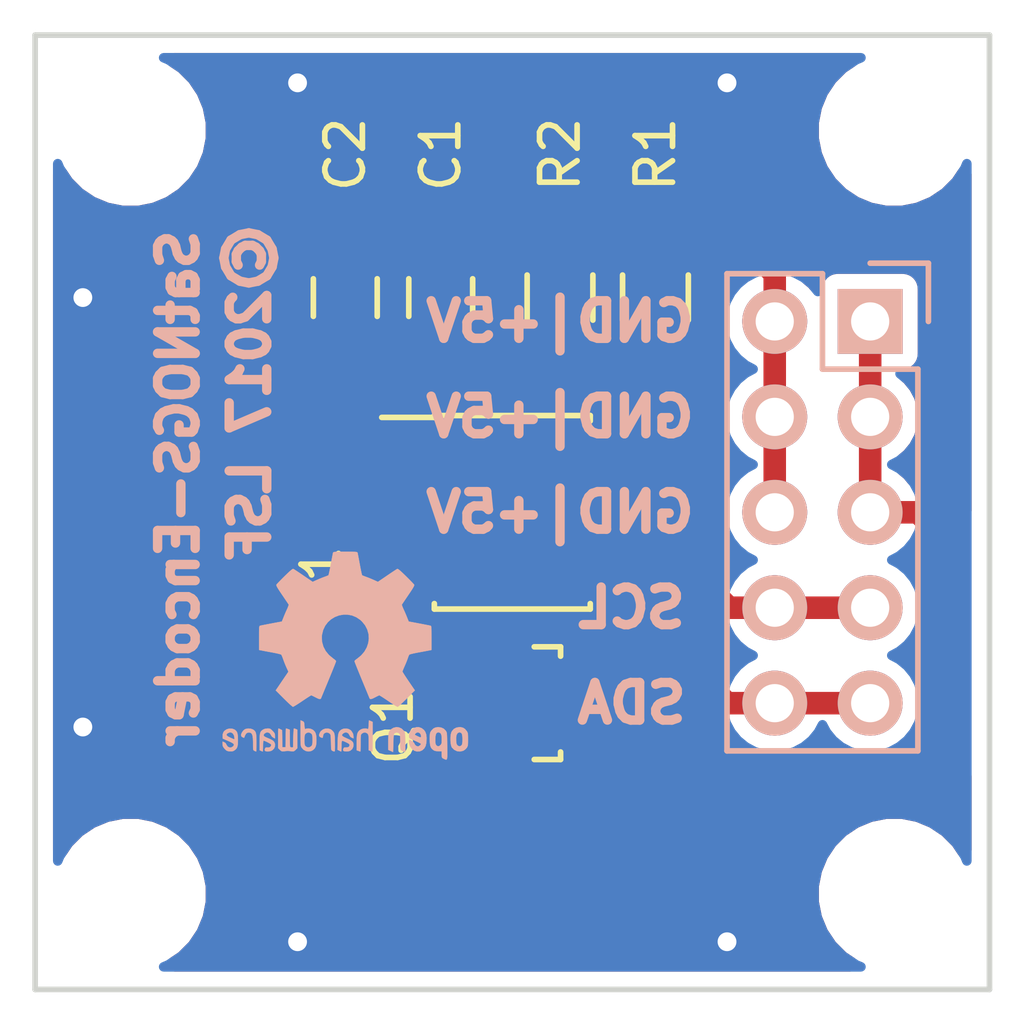
<source format=kicad_pcb>
(kicad_pcb (version 20171130) (host pcbnew "(5.0.0-rc2-dev-496-g41c1657eb)")

  (general
    (thickness 1.6)
    (drawings 9)
    (tracks 61)
    (zones 0)
    (modules 18)
    (nets 10)
  )

  (page A4)
  (layers
    (0 F.Cu signal)
    (31 B.Cu signal)
    (34 B.Paste user)
    (35 F.Paste user)
    (36 B.SilkS user)
    (37 F.SilkS user)
    (38 B.Mask user)
    (39 F.Mask user)
    (40 Dwgs.User user hide)
    (41 Cmts.User user hide)
    (42 Eco1.User user hide)
    (43 Eco2.User user hide)
    (44 Edge.Cuts user)
    (45 Margin user hide)
    (46 B.CrtYd user hide)
    (47 F.CrtYd user hide)
    (48 B.Fab user hide)
    (49 F.Fab user hide)
  )

  (setup
    (last_trace_width 0.6)
    (trace_clearance 0.2)
    (zone_clearance 0.4)
    (zone_45_only no)
    (trace_min 0.2)
    (segment_width 0.2)
    (edge_width 0.15)
    (via_size 0.8)
    (via_drill 0.4)
    (via_min_size 0.4)
    (via_min_drill 0.3)
    (uvia_size 0.3)
    (uvia_drill 0.1)
    (uvias_allowed no)
    (uvia_min_size 0.2)
    (uvia_min_drill 0.1)
    (pcb_text_width 0.3)
    (pcb_text_size 1.5 1.5)
    (mod_edge_width 0.15)
    (mod_text_size 1 1)
    (mod_text_width 0.15)
    (pad_size 3.2 3.2)
    (pad_drill 3.2)
    (pad_to_mask_clearance 0.05)
    (aux_axis_origin 0 0)
    (grid_origin 120.65 101.6)
    (visible_elements FFFFFF7F)
    (pcbplotparams
      (layerselection 0x01000_80000001)
      (usegerberextensions false)
      (usegerberattributes false)
      (usegerberadvancedattributes false)
      (creategerberjobfile false)
      (excludeedgelayer true)
      (linewidth 0.100000)
      (plotframeref false)
      (viasonmask false)
      (mode 1)
      (useauxorigin false)
      (hpglpennumber 1)
      (hpglpenspeed 20)
      (hpglpendiameter 15)
      (psnegative false)
      (psa4output false)
      (plotreference true)
      (plotvalue true)
      (plotinvisibletext false)
      (padsonsilk false)
      (subtractmaskfromsilk false)
      (outputformat 1)
      (mirror false)
      (drillshape 0)
      (scaleselection 1)
      (outputdirectory gerber/))
  )

  (net 0 "")
  (net 1 GND)
  (net 2 "Net-(C2-Pad1)")
  (net 3 /SDA)
  (net 4 /SCL)
  (net 5 "Net-(U1-Pad3)")
  (net 6 "Net-(U1-Pad5)")
  (net 7 "Net-(U1-Pad8)")
  (net 8 +5V)
  (net 9 "Net-(P1-Pad1)")

  (net_class Default "This is the default net class."
    (clearance 0.2)
    (trace_width 0.6)
    (via_dia 0.8)
    (via_drill 0.4)
    (uvia_dia 0.3)
    (uvia_drill 0.1)
    (add_net "Net-(U1-Pad3)")
    (add_net "Net-(U1-Pad5)")
    (add_net "Net-(U1-Pad8)")
  )

  (net_class power ""
    (clearance 0.2)
    (trace_width 0.6)
    (via_dia 0.8)
    (via_drill 0.4)
    (uvia_dia 0.3)
    (uvia_drill 0.1)
    (add_net +5V)
    (add_net GND)
    (add_net "Net-(C2-Pad1)")
    (add_net "Net-(P1-Pad1)")
  )

  (net_class signals ""
    (clearance 0.2)
    (trace_width 0.6)
    (via_dia 0.8)
    (via_drill 0.4)
    (uvia_dia 0.3)
    (uvia_drill 0.1)
    (add_net /SCL)
    (add_net /SDA)
  )

  (module MountingHole:MountingHole_3.2mm_M3 (layer F.Cu) (tedit 5B098A9B) (tstamp 57D2A2C7)
    (at 143.51 99.06)
    (descr "Mounting Hole 3.2mm, no annular, M3")
    (tags "mounting hole 3.2mm no annular m3")
    (attr virtual)
    (fp_text reference REF** (at 0 -4.2) (layer F.SilkS) hide
      (effects (font (size 1 1) (thickness 0.15)))
    )
    (fp_text value MountingHole_2.2mm_M2 (at 0 4.2) (layer F.Fab)
      (effects (font (size 1 1) (thickness 0.15)))
    )
    (fp_circle (center 0 0) (end 3.45 0) (layer F.CrtYd) (width 0.05))
    (fp_circle (center 0 0) (end 3.2 0) (layer Cmts.User) (width 0.15))
    (fp_text user %R (at 0.3 0) (layer F.Fab)
      (effects (font (size 1 1) (thickness 0.15)))
    )
    (pad 1 np_thru_hole circle (at 0 0) (size 3.2 3.2) (drill 3.2) (layers *.Cu *.Mask))
  )

  (module MountingHole:MountingHole_3.2mm_M3 (layer F.Cu) (tedit 5B098A96) (tstamp 57D2A2C5)
    (at 123.19 99.06)
    (descr "Mounting Hole 3.2mm, no annular, M3")
    (tags "mounting hole 3.2mm no annular m3")
    (attr virtual)
    (fp_text reference REF** (at 0 -4.2) (layer F.SilkS) hide
      (effects (font (size 1 1) (thickness 0.15)))
    )
    (fp_text value MountingHole_2.2mm_M2 (at 0 4.2) (layer F.Fab)
      (effects (font (size 1 1) (thickness 0.15)))
    )
    (fp_circle (center 0 0) (end 3.45 0) (layer F.CrtYd) (width 0.05))
    (fp_circle (center 0 0) (end 3.2 0) (layer Cmts.User) (width 0.15))
    (fp_text user %R (at 0.3 0) (layer F.Fab)
      (effects (font (size 1 1) (thickness 0.15)))
    )
    (pad 1 np_thru_hole circle (at 0 0) (size 3.2 3.2) (drill 3.2) (layers *.Cu *.Mask))
  )

  (module MountingHole:MountingHole_3.2mm_M3 (layer F.Cu) (tedit 5B098A91) (tstamp 57D2A2C3)
    (at 123.19 78.74)
    (descr "Mounting Hole 3.2mm, no annular, M3")
    (tags "mounting hole 3.2mm no annular m3")
    (attr virtual)
    (fp_text reference REF** (at 0 -4.2) (layer F.SilkS) hide
      (effects (font (size 1 1) (thickness 0.15)))
    )
    (fp_text value MountingHole_2.2mm_M2 (at 0 4.2) (layer F.Fab)
      (effects (font (size 1 1) (thickness 0.15)))
    )
    (fp_circle (center 0 0) (end 3.45 0) (layer F.CrtYd) (width 0.05))
    (fp_circle (center 0 0) (end 3.2 0) (layer Cmts.User) (width 0.15))
    (fp_text user %R (at 0.3 0) (layer F.Fab)
      (effects (font (size 1 1) (thickness 0.15)))
    )
    (pad 1 np_thru_hole circle (at 0 0) (size 3.2 3.2) (drill 3.2) (layers *.Cu *.Mask))
  )

  (module MountingHole:MountingHole_3.2mm_M3 (layer F.Cu) (tedit 5B098A87) (tstamp 57D2A2C6)
    (at 143.51 78.74)
    (descr "Mounting Hole 3.2mm, no annular, M3")
    (tags "mounting hole 3.2mm no annular m3")
    (attr virtual)
    (fp_text reference REF** (at 0 -4.2) (layer F.SilkS) hide
      (effects (font (size 1 1) (thickness 0.15)))
    )
    (fp_text value MountingHole_2.2mm_M2 (at 0 4.2) (layer F.Fab)
      (effects (font (size 1 1) (thickness 0.15)))
    )
    (fp_circle (center 0 0) (end 3.45 0) (layer F.CrtYd) (width 0.05))
    (fp_circle (center 0 0) (end 3.2 0) (layer Cmts.User) (width 0.15))
    (fp_text user %R (at 0.3 0) (layer F.Fab)
      (effects (font (size 1 1) (thickness 0.15)))
    )
    (pad 1 np_thru_hole circle (at 0 0) (size 3.2 3.2) (drill 3.2) (layers *.Cu *.Mask))
  )

  (module satnogs:via-0.8mm (layer F.Cu) (tedit 5A042B2C) (tstamp 5A042C1A)
    (at 139.065 77.47)
    (fp_text reference REF** (at 0 3.175) (layer F.SilkS) hide
      (effects (font (size 1 1) (thickness 0.2)))
    )
    (fp_text value via-0.8mm (at 0 -3.81) (layer F.Fab) hide
      (effects (font (size 1 1) (thickness 0.2)))
    )
    (pad 1 thru_hole circle (at 0 0) (size 0.8 0.8) (drill 0.5) (layers *.Cu)
      (net 1 GND) (zone_connect 2))
  )

  (module satnogs:via-0.8mm (layer F.Cu) (tedit 5A042B16) (tstamp 5A042C09)
    (at 127.635 100.33)
    (fp_text reference REF** (at 0 3.175) (layer F.SilkS) hide
      (effects (font (size 1 1) (thickness 0.2)))
    )
    (fp_text value via-0.8mm (at 0 -3.81) (layer F.Fab) hide
      (effects (font (size 1 1) (thickness 0.2)))
    )
    (pad 1 thru_hole circle (at 0 0) (size 0.8 0.8) (drill 0.5) (layers *.Cu)
      (net 1 GND) (zone_connect 2))
  )

  (module satnogs:via-0.8mm (layer F.Cu) (tedit 5A042B16) (tstamp 5A042AA6)
    (at 139.065 100.33)
    (fp_text reference REF** (at 0 3.175) (layer F.SilkS) hide
      (effects (font (size 1 1) (thickness 0.2)))
    )
    (fp_text value via-0.8mm (at 0 -3.81) (layer F.Fab) hide
      (effects (font (size 1 1) (thickness 0.2)))
    )
    (pad 1 thru_hole circle (at 0 0) (size 0.8 0.8) (drill 0.5) (layers *.Cu)
      (net 1 GND) (zone_connect 2))
  )

  (module satnogs:via-0.8mm (layer F.Cu) (tedit 5A042B2C) (tstamp 5A042AA2)
    (at 127.635 77.47)
    (fp_text reference REF** (at 0 3.175) (layer F.SilkS) hide
      (effects (font (size 1 1) (thickness 0.2)))
    )
    (fp_text value via-0.8mm (at 0 -3.81) (layer F.Fab) hide
      (effects (font (size 1 1) (thickness 0.2)))
    )
    (pad 1 thru_hole circle (at 0 0) (size 0.8 0.8) (drill 0.5) (layers *.Cu)
      (net 1 GND) (zone_connect 2))
  )

  (module satnogs:via-0.8mm (layer F.Cu) (tedit 5A042B1F) (tstamp 5A042A9E)
    (at 121.92 94.615)
    (fp_text reference REF** (at 0 3.175) (layer F.SilkS) hide
      (effects (font (size 1 1) (thickness 0.2)))
    )
    (fp_text value via-0.8mm (at 0 -3.81) (layer F.Fab) hide
      (effects (font (size 1 1) (thickness 0.2)))
    )
    (pad 1 thru_hole circle (at 0 0) (size 0.8 0.8) (drill 0.5) (layers *.Cu)
      (net 1 GND) (zone_connect 2))
  )

  (module Resistors_SMD:R_0805_HandSoldering (layer F.Cu) (tedit 57D2B7A7) (tstamp 57D29650)
    (at 137.16 83.185 270)
    (descr "Resistor SMD 0805, hand soldering")
    (tags "resistor 0805")
    (path /56B9DE8B)
    (attr smd)
    (fp_text reference R1 (at -3.81 0 270) (layer F.SilkS)
      (effects (font (size 1 1) (thickness 0.15)))
    )
    (fp_text value 4k7 (at 0 2.1 270) (layer F.Fab) hide
      (effects (font (size 1 1) (thickness 0.15)))
    )
    (fp_line (start -2.4 -1) (end 2.4 -1) (layer F.CrtYd) (width 0.05))
    (fp_line (start -2.4 1) (end 2.4 1) (layer F.CrtYd) (width 0.05))
    (fp_line (start -2.4 -1) (end -2.4 1) (layer F.CrtYd) (width 0.05))
    (fp_line (start 2.4 -1) (end 2.4 1) (layer F.CrtYd) (width 0.05))
    (fp_line (start 0.6 0.875) (end -0.6 0.875) (layer F.SilkS) (width 0.15))
    (fp_line (start -0.6 -0.875) (end 0.6 -0.875) (layer F.SilkS) (width 0.15))
    (pad 1 smd rect (at -1.35 0 270) (size 1.5 1.3) (layers F.Cu F.Paste F.Mask)
      (net 8 +5V))
    (pad 2 smd rect (at 1.35 0 270) (size 1.5 1.3) (layers F.Cu F.Paste F.Mask)
      (net 4 /SCL))
    (model Resistors_SMD.3dshapes/R_0805.wrl
      (at (xyz 0 0 0))
      (scale (xyz 1 1 1))
      (rotate (xyz 0 0 0))
    )
  )

  (module Housings_SOIC:SOIC-8_3.9x4.9mm_Pitch1.27mm (layer F.Cu) (tedit 57D2B7B3) (tstamp 57D29678)
    (at 133.35 88.9)
    (descr "8-Lead Plastic Small Outline (SN) - Narrow, 3.90 mm Body [SOIC] (see Microchip Packaging Specification 00000049BS.pdf)")
    (tags "SOIC 1.27")
    (path /56B9A895)
    (attr smd)
    (fp_text reference U1 (at -5.08 1.905 270) (layer F.SilkS)
      (effects (font (size 1 1) (thickness 0.15)))
    )
    (fp_text value AS5601 (at 0 3.5) (layer F.Fab) hide
      (effects (font (size 1 1) (thickness 0.15)))
    )
    (fp_circle (center -1.5 -2) (end -1.75 -2) (layer F.Fab) (width 0.15))
    (fp_line (start -1.95 -2.45) (end -1.95 2.45) (layer F.Fab) (width 0.15))
    (fp_line (start 1.95 -2.45) (end -1.95 -2.45) (layer F.Fab) (width 0.15))
    (fp_line (start 1.95 2.45) (end 1.95 -2.45) (layer F.Fab) (width 0.15))
    (fp_line (start -1.95 2.45) (end 1.95 2.45) (layer F.Fab) (width 0.15))
    (fp_line (start -3.75 -2.75) (end -3.75 2.75) (layer F.CrtYd) (width 0.05))
    (fp_line (start 3.75 -2.75) (end 3.75 2.75) (layer F.CrtYd) (width 0.05))
    (fp_line (start -3.75 -2.75) (end 3.75 -2.75) (layer F.CrtYd) (width 0.05))
    (fp_line (start -3.75 2.75) (end 3.75 2.75) (layer F.CrtYd) (width 0.05))
    (fp_line (start -2.075 -2.575) (end -2.075 -2.525) (layer F.SilkS) (width 0.15))
    (fp_line (start 2.075 -2.575) (end 2.075 -2.43) (layer F.SilkS) (width 0.15))
    (fp_line (start 2.075 2.575) (end 2.075 2.43) (layer F.SilkS) (width 0.15))
    (fp_line (start -2.075 2.575) (end -2.075 2.43) (layer F.SilkS) (width 0.15))
    (fp_line (start -2.075 -2.575) (end 2.075 -2.575) (layer F.SilkS) (width 0.15))
    (fp_line (start -2.075 2.575) (end 2.075 2.575) (layer F.SilkS) (width 0.15))
    (fp_line (start -2.075 -2.525) (end -3.475 -2.525) (layer F.SilkS) (width 0.15))
    (pad 1 smd rect (at -2.7 -1.905) (size 1.55 0.6) (layers F.Cu F.Paste F.Mask)
      (net 8 +5V))
    (pad 2 smd rect (at -2.7 -0.635) (size 1.55 0.6) (layers F.Cu F.Paste F.Mask)
      (net 2 "Net-(C2-Pad1)"))
    (pad 3 smd rect (at -2.7 0.635) (size 1.55 0.6) (layers F.Cu F.Paste F.Mask)
      (net 5 "Net-(U1-Pad3)"))
    (pad 4 smd rect (at -2.7 1.905) (size 1.55 0.6) (layers F.Cu F.Paste F.Mask)
      (net 1 GND))
    (pad 5 smd rect (at 2.7 1.905) (size 1.55 0.6) (layers F.Cu F.Paste F.Mask)
      (net 6 "Net-(U1-Pad5)"))
    (pad 6 smd rect (at 2.7 0.635) (size 1.55 0.6) (layers F.Cu F.Paste F.Mask)
      (net 3 /SDA))
    (pad 7 smd rect (at 2.7 -0.635) (size 1.55 0.6) (layers F.Cu F.Paste F.Mask)
      (net 4 /SCL))
    (pad 8 smd rect (at 2.7 -1.905) (size 1.55 0.6) (layers F.Cu F.Paste F.Mask)
      (net 7 "Net-(U1-Pad8)"))
    (model Housings_SOIC.3dshapes/SOIC-8_3.9x4.9mm_Pitch1.27mm.wrl
      (at (xyz 0 0 0))
      (scale (xyz 1 1 1))
      (rotate (xyz 0 0 0))
    )
  )

  (module Capacitors_SMD:C_0805_HandSoldering (layer F.Cu) (tedit 57D2B7A2) (tstamp 57D29613)
    (at 131.445 83.185 90)
    (descr "Capacitor SMD 0805, hand soldering")
    (tags "capacitor 0805")
    (path /56B9AC87)
    (attr smd)
    (fp_text reference C1 (at 3.81 0 90) (layer F.SilkS)
      (effects (font (size 1 1) (thickness 0.15)))
    )
    (fp_text value 100n (at 0 2.1 90) (layer F.Fab) hide
      (effects (font (size 1 1) (thickness 0.15)))
    )
    (fp_line (start -2.3 -1) (end 2.3 -1) (layer F.CrtYd) (width 0.05))
    (fp_line (start -2.3 1) (end 2.3 1) (layer F.CrtYd) (width 0.05))
    (fp_line (start -2.3 -1) (end -2.3 1) (layer F.CrtYd) (width 0.05))
    (fp_line (start 2.3 -1) (end 2.3 1) (layer F.CrtYd) (width 0.05))
    (fp_line (start 0.5 -0.85) (end -0.5 -0.85) (layer F.SilkS) (width 0.15))
    (fp_line (start -0.5 0.85) (end 0.5 0.85) (layer F.SilkS) (width 0.15))
    (pad 1 smd rect (at -1.25 0 90) (size 1.5 1.25) (layers F.Cu F.Paste F.Mask)
      (net 8 +5V))
    (pad 2 smd rect (at 1.25 0 90) (size 1.5 1.25) (layers F.Cu F.Paste F.Mask)
      (net 1 GND))
    (model Capacitors_SMD.3dshapes/C_0805.wrl
      (at (xyz 0 0 0))
      (scale (xyz 1 1 1))
      (rotate (xyz 0 0 0))
    )
  )

  (module Capacitors_SMD:C_0805_HandSoldering (layer F.Cu) (tedit 57D2B79E) (tstamp 57D2961F)
    (at 128.905 83.185 90)
    (descr "Capacitor SMD 0805, hand soldering")
    (tags "capacitor 0805")
    (path /56B9ACF0)
    (attr smd)
    (fp_text reference C2 (at 3.81 0 90) (layer F.SilkS)
      (effects (font (size 1 1) (thickness 0.15)))
    )
    (fp_text value 1u (at 0 2.1 90) (layer F.Fab) hide
      (effects (font (size 1 1) (thickness 0.15)))
    )
    (fp_line (start -2.3 -1) (end 2.3 -1) (layer F.CrtYd) (width 0.05))
    (fp_line (start -2.3 1) (end 2.3 1) (layer F.CrtYd) (width 0.05))
    (fp_line (start -2.3 -1) (end -2.3 1) (layer F.CrtYd) (width 0.05))
    (fp_line (start 2.3 -1) (end 2.3 1) (layer F.CrtYd) (width 0.05))
    (fp_line (start 0.5 -0.85) (end -0.5 -0.85) (layer F.SilkS) (width 0.15))
    (fp_line (start -0.5 0.85) (end 0.5 0.85) (layer F.SilkS) (width 0.15))
    (pad 1 smd rect (at -1.25 0 90) (size 1.5 1.25) (layers F.Cu F.Paste F.Mask)
      (net 2 "Net-(C2-Pad1)"))
    (pad 2 smd rect (at 1.25 0 90) (size 1.5 1.25) (layers F.Cu F.Paste F.Mask)
      (net 1 GND))
    (model Capacitors_SMD.3dshapes/C_0805.wrl
      (at (xyz 0 0 0))
      (scale (xyz 1 1 1))
      (rotate (xyz 0 0 0))
    )
  )

  (module TO_SOT_Packages_SMD:SOT-23_Handsoldering (layer F.Cu) (tedit 57D2B795) (tstamp 57D29644)
    (at 133.985 93.98 270)
    (descr "SOT-23, Handsoldering")
    (tags SOT-23)
    (path /5703C90F)
    (attr smd)
    (fp_text reference Q1 (at 0.635 3.81 90) (layer F.SilkS)
      (effects (font (size 1 1) (thickness 0.15)))
    )
    (fp_text value Q_NMOS_GSD (at 0 3.81 270) (layer F.Fab) hide
      (effects (font (size 1 1) (thickness 0.15)))
    )
    (fp_line (start -1.49982 0.0508) (end -1.49982 -0.65024) (layer F.SilkS) (width 0.15))
    (fp_line (start -1.49982 -0.65024) (end -1.2509 -0.65024) (layer F.SilkS) (width 0.15))
    (fp_line (start 1.29916 -0.65024) (end 1.49982 -0.65024) (layer F.SilkS) (width 0.15))
    (fp_line (start 1.49982 -0.65024) (end 1.49982 0.0508) (layer F.SilkS) (width 0.15))
    (pad 1 smd rect (at -0.95 1.50114 270) (size 0.8001 1.80086) (layers F.Cu F.Paste F.Mask)
      (net 8 +5V))
    (pad 2 smd rect (at 0.95 1.50114 270) (size 0.8001 1.80086) (layers F.Cu F.Paste F.Mask)
      (net 1 GND))
    (pad 3 smd rect (at 0 -1.50114 270) (size 0.8001 1.80086) (layers F.Cu F.Paste F.Mask)
      (net 9 "Net-(P1-Pad1)"))
    (model TO_SOT_Packages_SMD.3dshapes/SOT-23.wrl
      (at (xyz 0 0 0))
      (scale (xyz 1 1 1))
      (rotate (xyz 0 0 -90))
    )
  )

  (module Resistors_SMD:R_0805_HandSoldering (layer F.Cu) (tedit 57D2B79A) (tstamp 57D2965C)
    (at 134.62 83.185 270)
    (descr "Resistor SMD 0805, hand soldering")
    (tags "resistor 0805")
    (path /56B9DECB)
    (attr smd)
    (fp_text reference R2 (at -3.81 0 270) (layer F.SilkS)
      (effects (font (size 1 1) (thickness 0.15)))
    )
    (fp_text value 4k7 (at 0 2.1 270) (layer F.Fab) hide
      (effects (font (size 1 1) (thickness 0.15)))
    )
    (fp_line (start -2.4 -1) (end 2.4 -1) (layer F.CrtYd) (width 0.05))
    (fp_line (start -2.4 1) (end 2.4 1) (layer F.CrtYd) (width 0.05))
    (fp_line (start -2.4 -1) (end -2.4 1) (layer F.CrtYd) (width 0.05))
    (fp_line (start 2.4 -1) (end 2.4 1) (layer F.CrtYd) (width 0.05))
    (fp_line (start 0.6 0.875) (end -0.6 0.875) (layer F.SilkS) (width 0.15))
    (fp_line (start -0.6 -0.875) (end 0.6 -0.875) (layer F.SilkS) (width 0.15))
    (pad 1 smd rect (at -1.35 0 270) (size 1.5 1.3) (layers F.Cu F.Paste F.Mask)
      (net 8 +5V))
    (pad 2 smd rect (at 1.35 0 270) (size 1.5 1.3) (layers F.Cu F.Paste F.Mask)
      (net 3 /SDA))
    (model Resistors_SMD.3dshapes/R_0805.wrl
      (at (xyz 0 0 0))
      (scale (xyz 1 1 1))
      (rotate (xyz 0 0 0))
    )
  )

  (module Pin_Headers:Pin_Header_Straight_2x05 (layer B.Cu) (tedit 57D2C3EA) (tstamp 57D2BBA6)
    (at 142.875 83.82 180)
    (descr "Through hole pin header")
    (tags "pin header")
    (path /56B9CF83)
    (fp_text reference P1 (at 0 5.1 180) (layer B.SilkS) hide
      (effects (font (size 1 1) (thickness 0.15)) (justify mirror))
    )
    (fp_text value CONN_02X05 (at 0 3.1 180) (layer B.Fab) hide
      (effects (font (size 1 1) (thickness 0.15)) (justify mirror))
    )
    (fp_line (start -1.75 1.75) (end -1.75 -11.95) (layer B.CrtYd) (width 0.05))
    (fp_line (start 4.3 1.75) (end 4.3 -11.95) (layer B.CrtYd) (width 0.05))
    (fp_line (start -1.75 1.75) (end 4.3 1.75) (layer B.CrtYd) (width 0.05))
    (fp_line (start -1.75 -11.95) (end 4.3 -11.95) (layer B.CrtYd) (width 0.05))
    (fp_line (start 3.81 1.27) (end 3.81 -11.43) (layer B.SilkS) (width 0.15))
    (fp_line (start 3.81 -11.43) (end -1.27 -11.43) (layer B.SilkS) (width 0.15))
    (fp_line (start -1.27 -11.43) (end -1.27 -1.27) (layer B.SilkS) (width 0.15))
    (fp_line (start 3.81 1.27) (end 1.27 1.27) (layer B.SilkS) (width 0.15))
    (fp_line (start 0 1.55) (end -1.55 1.55) (layer B.SilkS) (width 0.15))
    (fp_line (start 1.27 1.27) (end 1.27 -1.27) (layer B.SilkS) (width 0.15))
    (fp_line (start 1.27 -1.27) (end -1.27 -1.27) (layer B.SilkS) (width 0.15))
    (fp_line (start -1.55 1.55) (end -1.55 0) (layer B.SilkS) (width 0.15))
    (pad 1 thru_hole rect (at 0 0 180) (size 1.7272 1.7272) (drill 1.016) (layers *.Cu *.Mask B.SilkS)
      (net 9 "Net-(P1-Pad1)"))
    (pad 2 thru_hole oval (at 2.54 0 180) (size 1.7272 1.7272) (drill 1.016) (layers *.Cu *.Mask B.SilkS)
      (net 8 +5V))
    (pad 3 thru_hole oval (at 0 -2.54 180) (size 1.7272 1.7272) (drill 1.016) (layers *.Cu *.Mask B.SilkS)
      (net 9 "Net-(P1-Pad1)"))
    (pad 4 thru_hole oval (at 2.54 -2.54 180) (size 1.7272 1.7272) (drill 1.016) (layers *.Cu *.Mask B.SilkS)
      (net 8 +5V))
    (pad 5 thru_hole oval (at 0 -5.08 180) (size 1.7272 1.7272) (drill 1.016) (layers *.Cu *.Mask B.SilkS)
      (net 9 "Net-(P1-Pad1)"))
    (pad 6 thru_hole oval (at 2.54 -5.08 180) (size 1.7272 1.7272) (drill 1.016) (layers *.Cu *.Mask B.SilkS)
      (net 8 +5V))
    (pad 7 thru_hole oval (at 0 -7.62 180) (size 1.7272 1.7272) (drill 1.016) (layers *.Cu *.Mask B.SilkS)
      (net 4 /SCL))
    (pad 8 thru_hole oval (at 2.54 -7.62 180) (size 1.7272 1.7272) (drill 1.016) (layers *.Cu *.Mask B.SilkS)
      (net 4 /SCL))
    (pad 9 thru_hole oval (at 0 -10.16 180) (size 1.7272 1.7272) (drill 1.016) (layers *.Cu *.Mask B.SilkS)
      (net 3 /SDA))
    (pad 10 thru_hole oval (at 2.54 -10.16 180) (size 1.7272 1.7272) (drill 1.016) (layers *.Cu *.Mask B.SilkS)
      (net 3 /SDA))
    (model Pin_Headers.3dshapes/Pin_Header_Straight_2x05_Pitch2.54mm.wrl
      (at (xyz 0 0 0))
      (scale (xyz 1 1 1))
      (rotate (xyz 0 0 0))
    )
  )

  (module Symbols:OSHW-Logo2_7.3x6mm_SilkScreen (layer B.Cu) (tedit 5A042BF8) (tstamp 57D2D0D6)
    (at 128.905 92.71 180)
    (descr "Open Source Hardware Symbol")
    (tags "Logo Symbol OSHW")
    (attr virtual)
    (fp_text reference "©2017 LSF" (at 2.54 6.985 270) (layer B.SilkS)
      (effects (font (size 1 1) (thickness 0.25)) (justify mirror))
    )
    (fp_text value SatNOGS-Encoder (at 4.445 4.445 270) (layer B.SilkS)
      (effects (font (size 1 1) (thickness 0.25)) (justify mirror))
    )
    (fp_poly (pts (xy -2.400256 -1.919918) (xy -2.344799 -1.947568) (xy -2.295852 -1.99848) (xy -2.282371 -2.017338)
      (xy -2.267686 -2.042015) (xy -2.258158 -2.068816) (xy -2.252707 -2.104587) (xy -2.250253 -2.156169)
      (xy -2.249714 -2.224267) (xy -2.252148 -2.317588) (xy -2.260606 -2.387657) (xy -2.276826 -2.439931)
      (xy -2.302546 -2.479869) (xy -2.339503 -2.512929) (xy -2.342218 -2.514886) (xy -2.37864 -2.534908)
      (xy -2.422498 -2.544815) (xy -2.478276 -2.547257) (xy -2.568952 -2.547257) (xy -2.56899 -2.635283)
      (xy -2.569834 -2.684308) (xy -2.574976 -2.713065) (xy -2.588413 -2.730311) (xy -2.614142 -2.744808)
      (xy -2.620321 -2.747769) (xy -2.649236 -2.761648) (xy -2.671624 -2.770414) (xy -2.688271 -2.771171)
      (xy -2.699964 -2.761023) (xy -2.70749 -2.737073) (xy -2.711634 -2.696426) (xy -2.713185 -2.636186)
      (xy -2.712929 -2.553455) (xy -2.711651 -2.445339) (xy -2.711252 -2.413) (xy -2.709815 -2.301524)
      (xy -2.708528 -2.228603) (xy -2.569029 -2.228603) (xy -2.568245 -2.290499) (xy -2.56476 -2.330997)
      (xy -2.556876 -2.357708) (xy -2.542895 -2.378244) (xy -2.533403 -2.38826) (xy -2.494596 -2.417567)
      (xy -2.460237 -2.419952) (xy -2.424784 -2.39575) (xy -2.423886 -2.394857) (xy -2.409461 -2.376153)
      (xy -2.400687 -2.350732) (xy -2.396261 -2.311584) (xy -2.394882 -2.251697) (xy -2.394857 -2.23843)
      (xy -2.398188 -2.155901) (xy -2.409031 -2.098691) (xy -2.42866 -2.063766) (xy -2.45835 -2.048094)
      (xy -2.475509 -2.046514) (xy -2.516234 -2.053926) (xy -2.544168 -2.07833) (xy -2.560983 -2.12298)
      (xy -2.56835 -2.19113) (xy -2.569029 -2.228603) (xy -2.708528 -2.228603) (xy -2.708292 -2.215245)
      (xy -2.706323 -2.150333) (xy -2.70355 -2.102958) (xy -2.699612 -2.06929) (xy -2.694151 -2.045498)
      (xy -2.686808 -2.027753) (xy -2.677223 -2.012224) (xy -2.673113 -2.006381) (xy -2.618595 -1.951185)
      (xy -2.549664 -1.91989) (xy -2.469928 -1.911165) (xy -2.400256 -1.919918)) (layer B.SilkS) (width 0.01))
    (fp_poly (pts (xy -1.283907 -1.92778) (xy -1.237328 -1.954723) (xy -1.204943 -1.981466) (xy -1.181258 -2.009484)
      (xy -1.164941 -2.043748) (xy -1.154661 -2.089227) (xy -1.149086 -2.150892) (xy -1.146884 -2.233711)
      (xy -1.146629 -2.293246) (xy -1.146629 -2.512391) (xy -1.208314 -2.540044) (xy -1.27 -2.567697)
      (xy -1.277257 -2.32767) (xy -1.280256 -2.238028) (xy -1.283402 -2.172962) (xy -1.287299 -2.128026)
      (xy -1.292553 -2.09877) (xy -1.299769 -2.080748) (xy -1.30955 -2.069511) (xy -1.312688 -2.067079)
      (xy -1.360239 -2.048083) (xy -1.408303 -2.0556) (xy -1.436914 -2.075543) (xy -1.448553 -2.089675)
      (xy -1.456609 -2.10822) (xy -1.461729 -2.136334) (xy -1.464559 -2.179173) (xy -1.465744 -2.241895)
      (xy -1.465943 -2.307261) (xy -1.465982 -2.389268) (xy -1.467386 -2.447316) (xy -1.472086 -2.486465)
      (xy -1.482013 -2.51178) (xy -1.499097 -2.528323) (xy -1.525268 -2.541156) (xy -1.560225 -2.554491)
      (xy -1.598404 -2.569007) (xy -1.593859 -2.311389) (xy -1.592029 -2.218519) (xy -1.589888 -2.149889)
      (xy -1.586819 -2.100711) (xy -1.582206 -2.066198) (xy -1.575432 -2.041562) (xy -1.565881 -2.022016)
      (xy -1.554366 -2.00477) (xy -1.49881 -1.94968) (xy -1.43102 -1.917822) (xy -1.357287 -1.910191)
      (xy -1.283907 -1.92778)) (layer B.SilkS) (width 0.01))
    (fp_poly (pts (xy -2.958885 -1.921962) (xy -2.890855 -1.957733) (xy -2.840649 -2.015301) (xy -2.822815 -2.052312)
      (xy -2.808937 -2.107882) (xy -2.801833 -2.178096) (xy -2.80116 -2.254727) (xy -2.806573 -2.329552)
      (xy -2.81773 -2.394342) (xy -2.834286 -2.440873) (xy -2.839374 -2.448887) (xy -2.899645 -2.508707)
      (xy -2.971231 -2.544535) (xy -3.048908 -2.55502) (xy -3.127452 -2.53881) (xy -3.149311 -2.529092)
      (xy -3.191878 -2.499143) (xy -3.229237 -2.459433) (xy -3.232768 -2.454397) (xy -3.247119 -2.430124)
      (xy -3.256606 -2.404178) (xy -3.26221 -2.370022) (xy -3.264914 -2.321119) (xy -3.265701 -2.250935)
      (xy -3.265714 -2.2352) (xy -3.265678 -2.230192) (xy -3.120571 -2.230192) (xy -3.119727 -2.29643)
      (xy -3.116404 -2.340386) (xy -3.109417 -2.368779) (xy -3.097584 -2.388325) (xy -3.091543 -2.394857)
      (xy -3.056814 -2.41968) (xy -3.023097 -2.418548) (xy -2.989005 -2.397016) (xy -2.968671 -2.374029)
      (xy -2.956629 -2.340478) (xy -2.949866 -2.287569) (xy -2.949402 -2.281399) (xy -2.948248 -2.185513)
      (xy -2.960312 -2.114299) (xy -2.98543 -2.068194) (xy -3.02344 -2.047635) (xy -3.037008 -2.046514)
      (xy -3.072636 -2.052152) (xy -3.097006 -2.071686) (xy -3.111907 -2.109042) (xy -3.119125 -2.16815)
      (xy -3.120571 -2.230192) (xy -3.265678 -2.230192) (xy -3.265174 -2.160413) (xy -3.262904 -2.108159)
      (xy -3.257932 -2.071949) (xy -3.249287 -2.045299) (xy -3.235995 -2.021722) (xy -3.233057 -2.017338)
      (xy -3.183687 -1.958249) (xy -3.129891 -1.923947) (xy -3.064398 -1.910331) (xy -3.042158 -1.909665)
      (xy -2.958885 -1.921962)) (layer B.SilkS) (width 0.01))
    (fp_poly (pts (xy -1.831697 -1.931239) (xy -1.774473 -1.969735) (xy -1.730251 -2.025335) (xy -1.703833 -2.096086)
      (xy -1.69849 -2.148162) (xy -1.699097 -2.169893) (xy -1.704178 -2.186531) (xy -1.718145 -2.201437)
      (xy -1.745411 -2.217973) (xy -1.790388 -2.239498) (xy -1.857489 -2.269374) (xy -1.857829 -2.269524)
      (xy -1.919593 -2.297813) (xy -1.970241 -2.322933) (xy -2.004596 -2.342179) (xy -2.017482 -2.352848)
      (xy -2.017486 -2.352934) (xy -2.006128 -2.376166) (xy -1.979569 -2.401774) (xy -1.949077 -2.420221)
      (xy -1.93363 -2.423886) (xy -1.891485 -2.411212) (xy -1.855192 -2.379471) (xy -1.837483 -2.344572)
      (xy -1.820448 -2.318845) (xy -1.787078 -2.289546) (xy -1.747851 -2.264235) (xy -1.713244 -2.250471)
      (xy -1.706007 -2.249714) (xy -1.697861 -2.26216) (xy -1.69737 -2.293972) (xy -1.703357 -2.336866)
      (xy -1.714643 -2.382558) (xy -1.73005 -2.422761) (xy -1.730829 -2.424322) (xy -1.777196 -2.489062)
      (xy -1.837289 -2.533097) (xy -1.905535 -2.554711) (xy -1.976362 -2.552185) (xy -2.044196 -2.523804)
      (xy -2.047212 -2.521808) (xy -2.100573 -2.473448) (xy -2.13566 -2.410352) (xy -2.155078 -2.327387)
      (xy -2.157684 -2.304078) (xy -2.162299 -2.194055) (xy -2.156767 -2.142748) (xy -2.017486 -2.142748)
      (xy -2.015676 -2.174753) (xy -2.005778 -2.184093) (xy -1.981102 -2.177105) (xy -1.942205 -2.160587)
      (xy -1.898725 -2.139881) (xy -1.897644 -2.139333) (xy -1.860791 -2.119949) (xy -1.846 -2.107013)
      (xy -1.849647 -2.093451) (xy -1.865005 -2.075632) (xy -1.904077 -2.049845) (xy -1.946154 -2.04795)
      (xy -1.983897 -2.066717) (xy -2.009966 -2.102915) (xy -2.017486 -2.142748) (xy -2.156767 -2.142748)
      (xy -2.152806 -2.106027) (xy -2.12845 -2.036212) (xy -2.094544 -1.987302) (xy -2.033347 -1.937878)
      (xy -1.965937 -1.913359) (xy -1.89712 -1.911797) (xy -1.831697 -1.931239)) (layer B.SilkS) (width 0.01))
    (fp_poly (pts (xy -0.624114 -1.851289) (xy -0.619861 -1.910613) (xy -0.614975 -1.945572) (xy -0.608205 -1.96082)
      (xy -0.598298 -1.961015) (xy -0.595086 -1.959195) (xy -0.552356 -1.946015) (xy -0.496773 -1.946785)
      (xy -0.440263 -1.960333) (xy -0.404918 -1.977861) (xy -0.368679 -2.005861) (xy -0.342187 -2.037549)
      (xy -0.324001 -2.077813) (xy -0.312678 -2.131543) (xy -0.306778 -2.203626) (xy -0.304857 -2.298951)
      (xy -0.304823 -2.317237) (xy -0.3048 -2.522646) (xy -0.350509 -2.53858) (xy -0.382973 -2.54942)
      (xy -0.400785 -2.554468) (xy -0.401309 -2.554514) (xy -0.403063 -2.540828) (xy -0.404556 -2.503076)
      (xy -0.405674 -2.446224) (xy -0.406303 -2.375234) (xy -0.4064 -2.332073) (xy -0.406602 -2.246973)
      (xy -0.407642 -2.185981) (xy -0.410169 -2.144177) (xy -0.414836 -2.116642) (xy -0.422293 -2.098456)
      (xy -0.433189 -2.084698) (xy -0.439993 -2.078073) (xy -0.486728 -2.051375) (xy -0.537728 -2.049375)
      (xy -0.583999 -2.071955) (xy -0.592556 -2.080107) (xy -0.605107 -2.095436) (xy -0.613812 -2.113618)
      (xy -0.619369 -2.139909) (xy -0.622474 -2.179562) (xy -0.623824 -2.237832) (xy -0.624114 -2.318173)
      (xy -0.624114 -2.522646) (xy -0.669823 -2.53858) (xy -0.702287 -2.54942) (xy -0.720099 -2.554468)
      (xy -0.720623 -2.554514) (xy -0.721963 -2.540623) (xy -0.723172 -2.501439) (xy -0.724199 -2.4407)
      (xy -0.724998 -2.362141) (xy -0.725519 -2.269498) (xy -0.725714 -2.166509) (xy -0.725714 -1.769342)
      (xy -0.678543 -1.749444) (xy -0.631371 -1.729547) (xy -0.624114 -1.851289)) (layer B.SilkS) (width 0.01))
    (fp_poly (pts (xy 0.039744 -1.950968) (xy 0.096616 -1.972087) (xy 0.097267 -1.972493) (xy 0.13244 -1.99838)
      (xy 0.158407 -2.028633) (xy 0.17667 -2.068058) (xy 0.188732 -2.121462) (xy 0.196096 -2.193651)
      (xy 0.200264 -2.289432) (xy 0.200629 -2.303078) (xy 0.205876 -2.508842) (xy 0.161716 -2.531678)
      (xy 0.129763 -2.54711) (xy 0.11047 -2.554423) (xy 0.109578 -2.554514) (xy 0.106239 -2.541022)
      (xy 0.103587 -2.504626) (xy 0.101956 -2.451452) (xy 0.1016 -2.408393) (xy 0.101592 -2.338641)
      (xy 0.098403 -2.294837) (xy 0.087288 -2.273944) (xy 0.063501 -2.272925) (xy 0.022296 -2.288741)
      (xy -0.039914 -2.317815) (xy -0.085659 -2.341963) (xy -0.109187 -2.362913) (xy -0.116104 -2.385747)
      (xy -0.116114 -2.386877) (xy -0.104701 -2.426212) (xy -0.070908 -2.447462) (xy -0.019191 -2.450539)
      (xy 0.018061 -2.450006) (xy 0.037703 -2.460735) (xy 0.049952 -2.486505) (xy 0.057002 -2.519337)
      (xy 0.046842 -2.537966) (xy 0.043017 -2.540632) (xy 0.007001 -2.55134) (xy -0.043434 -2.552856)
      (xy -0.095374 -2.545759) (xy -0.132178 -2.532788) (xy -0.183062 -2.489585) (xy -0.211986 -2.429446)
      (xy -0.217714 -2.382462) (xy -0.213343 -2.340082) (xy -0.197525 -2.305488) (xy -0.166203 -2.274763)
      (xy -0.115322 -2.24399) (xy -0.040824 -2.209252) (xy -0.036286 -2.207288) (xy 0.030821 -2.176287)
      (xy 0.072232 -2.150862) (xy 0.089981 -2.128014) (xy 0.086107 -2.104745) (xy 0.062643 -2.078056)
      (xy 0.055627 -2.071914) (xy 0.00863 -2.0481) (xy -0.040067 -2.049103) (xy -0.082478 -2.072451)
      (xy -0.110616 -2.115675) (xy -0.113231 -2.12416) (xy -0.138692 -2.165308) (xy -0.170999 -2.185128)
      (xy -0.217714 -2.20477) (xy -0.217714 -2.15395) (xy -0.203504 -2.080082) (xy -0.161325 -2.012327)
      (xy -0.139376 -1.989661) (xy -0.089483 -1.960569) (xy -0.026033 -1.9474) (xy 0.039744 -1.950968)) (layer B.SilkS) (width 0.01))
    (fp_poly (pts (xy 0.529926 -1.949755) (xy 0.595858 -1.974084) (xy 0.649273 -2.017117) (xy 0.670164 -2.047409)
      (xy 0.692939 -2.102994) (xy 0.692466 -2.143186) (xy 0.668562 -2.170217) (xy 0.659717 -2.174813)
      (xy 0.62153 -2.189144) (xy 0.602028 -2.185472) (xy 0.595422 -2.161407) (xy 0.595086 -2.148114)
      (xy 0.582992 -2.09921) (xy 0.551471 -2.064999) (xy 0.507659 -2.048476) (xy 0.458695 -2.052634)
      (xy 0.418894 -2.074227) (xy 0.40545 -2.086544) (xy 0.395921 -2.101487) (xy 0.389485 -2.124075)
      (xy 0.385317 -2.159328) (xy 0.382597 -2.212266) (xy 0.380502 -2.287907) (xy 0.37996 -2.311857)
      (xy 0.377981 -2.39379) (xy 0.375731 -2.451455) (xy 0.372357 -2.489608) (xy 0.367006 -2.513004)
      (xy 0.358824 -2.526398) (xy 0.346959 -2.534545) (xy 0.339362 -2.538144) (xy 0.307102 -2.550452)
      (xy 0.288111 -2.554514) (xy 0.281836 -2.540948) (xy 0.278006 -2.499934) (xy 0.2766 -2.430999)
      (xy 0.277598 -2.333669) (xy 0.277908 -2.318657) (xy 0.280101 -2.229859) (xy 0.282693 -2.165019)
      (xy 0.286382 -2.119067) (xy 0.291864 -2.086935) (xy 0.299835 -2.063553) (xy 0.310993 -2.043852)
      (xy 0.31683 -2.03541) (xy 0.350296 -1.998057) (xy 0.387727 -1.969003) (xy 0.392309 -1.966467)
      (xy 0.459426 -1.946443) (xy 0.529926 -1.949755)) (layer B.SilkS) (width 0.01))
    (fp_poly (pts (xy 1.190117 -2.065358) (xy 1.189933 -2.173837) (xy 1.189219 -2.257287) (xy 1.187675 -2.319704)
      (xy 1.185001 -2.365085) (xy 1.180894 -2.397429) (xy 1.175055 -2.420733) (xy 1.167182 -2.438995)
      (xy 1.161221 -2.449418) (xy 1.111855 -2.505945) (xy 1.049264 -2.541377) (xy 0.980013 -2.55409)
      (xy 0.910668 -2.542463) (xy 0.869375 -2.521568) (xy 0.826025 -2.485422) (xy 0.796481 -2.441276)
      (xy 0.778655 -2.383462) (xy 0.770463 -2.306313) (xy 0.769302 -2.249714) (xy 0.769458 -2.245647)
      (xy 0.870857 -2.245647) (xy 0.871476 -2.31055) (xy 0.874314 -2.353514) (xy 0.88084 -2.381622)
      (xy 0.892523 -2.401953) (xy 0.906483 -2.417288) (xy 0.953365 -2.44689) (xy 1.003701 -2.449419)
      (xy 1.051276 -2.424705) (xy 1.054979 -2.421356) (xy 1.070783 -2.403935) (xy 1.080693 -2.383209)
      (xy 1.086058 -2.352362) (xy 1.088228 -2.304577) (xy 1.088571 -2.251748) (xy 1.087827 -2.185381)
      (xy 1.084748 -2.141106) (xy 1.078061 -2.112009) (xy 1.066496 -2.091173) (xy 1.057013 -2.080107)
      (xy 1.01296 -2.052198) (xy 0.962224 -2.048843) (xy 0.913796 -2.070159) (xy 0.90445 -2.078073)
      (xy 0.88854 -2.095647) (xy 0.87861 -2.116587) (xy 0.873278 -2.147782) (xy 0.871163 -2.196122)
      (xy 0.870857 -2.245647) (xy 0.769458 -2.245647) (xy 0.77281 -2.158568) (xy 0.784726 -2.090086)
      (xy 0.807135 -2.0386) (xy 0.842124 -1.998443) (xy 0.869375 -1.977861) (xy 0.918907 -1.955625)
      (xy 0.976316 -1.945304) (xy 1.029682 -1.948067) (xy 1.059543 -1.959212) (xy 1.071261 -1.962383)
      (xy 1.079037 -1.950557) (xy 1.084465 -1.918866) (xy 1.088571 -1.870593) (xy 1.093067 -1.816829)
      (xy 1.099313 -1.784482) (xy 1.110676 -1.765985) (xy 1.130528 -1.75377) (xy 1.143 -1.748362)
      (xy 1.190171 -1.728601) (xy 1.190117 -2.065358)) (layer B.SilkS) (width 0.01))
    (fp_poly (pts (xy 1.779833 -1.958663) (xy 1.782048 -1.99685) (xy 1.783784 -2.054886) (xy 1.784899 -2.12818)
      (xy 1.785257 -2.205055) (xy 1.785257 -2.465196) (xy 1.739326 -2.511127) (xy 1.707675 -2.539429)
      (xy 1.67989 -2.550893) (xy 1.641915 -2.550168) (xy 1.62684 -2.548321) (xy 1.579726 -2.542948)
      (xy 1.540756 -2.539869) (xy 1.531257 -2.539585) (xy 1.499233 -2.541445) (xy 1.453432 -2.546114)
      (xy 1.435674 -2.548321) (xy 1.392057 -2.551735) (xy 1.362745 -2.54432) (xy 1.33368 -2.521427)
      (xy 1.323188 -2.511127) (xy 1.277257 -2.465196) (xy 1.277257 -1.978602) (xy 1.314226 -1.961758)
      (xy 1.346059 -1.949282) (xy 1.364683 -1.944914) (xy 1.369458 -1.958718) (xy 1.373921 -1.997286)
      (xy 1.377775 -2.056356) (xy 1.380722 -2.131663) (xy 1.382143 -2.195286) (xy 1.386114 -2.445657)
      (xy 1.420759 -2.450556) (xy 1.452268 -2.447131) (xy 1.467708 -2.436041) (xy 1.472023 -2.415308)
      (xy 1.475708 -2.371145) (xy 1.478469 -2.309146) (xy 1.480012 -2.234909) (xy 1.480235 -2.196706)
      (xy 1.480457 -1.976783) (xy 1.526166 -1.960849) (xy 1.558518 -1.950015) (xy 1.576115 -1.944962)
      (xy 1.576623 -1.944914) (xy 1.578388 -1.958648) (xy 1.580329 -1.99673) (xy 1.582282 -2.054482)
      (xy 1.584084 -2.127227) (xy 1.585343 -2.195286) (xy 1.589314 -2.445657) (xy 1.6764 -2.445657)
      (xy 1.680396 -2.21724) (xy 1.684392 -1.988822) (xy 1.726847 -1.966868) (xy 1.758192 -1.951793)
      (xy 1.776744 -1.944951) (xy 1.777279 -1.944914) (xy 1.779833 -1.958663)) (layer B.SilkS) (width 0.01))
    (fp_poly (pts (xy 2.144876 -1.956335) (xy 2.186667 -1.975344) (xy 2.219469 -1.998378) (xy 2.243503 -2.024133)
      (xy 2.260097 -2.057358) (xy 2.270577 -2.1028) (xy 2.276271 -2.165207) (xy 2.278507 -2.249327)
      (xy 2.278743 -2.304721) (xy 2.278743 -2.520826) (xy 2.241774 -2.53767) (xy 2.212656 -2.549981)
      (xy 2.198231 -2.554514) (xy 2.195472 -2.541025) (xy 2.193282 -2.504653) (xy 2.191942 -2.451542)
      (xy 2.191657 -2.409372) (xy 2.190434 -2.348447) (xy 2.187136 -2.300115) (xy 2.182321 -2.270518)
      (xy 2.178496 -2.264229) (xy 2.152783 -2.270652) (xy 2.112418 -2.287125) (xy 2.065679 -2.309458)
      (xy 2.020845 -2.333457) (xy 1.986193 -2.35493) (xy 1.970002 -2.369685) (xy 1.969938 -2.369845)
      (xy 1.97133 -2.397152) (xy 1.983818 -2.423219) (xy 2.005743 -2.444392) (xy 2.037743 -2.451474)
      (xy 2.065092 -2.450649) (xy 2.103826 -2.450042) (xy 2.124158 -2.459116) (xy 2.136369 -2.483092)
      (xy 2.137909 -2.487613) (xy 2.143203 -2.521806) (xy 2.129047 -2.542568) (xy 2.092148 -2.552462)
      (xy 2.052289 -2.554292) (xy 1.980562 -2.540727) (xy 1.943432 -2.521355) (xy 1.897576 -2.475845)
      (xy 1.873256 -2.419983) (xy 1.871073 -2.360957) (xy 1.891629 -2.305953) (xy 1.922549 -2.271486)
      (xy 1.95342 -2.252189) (xy 2.001942 -2.227759) (xy 2.058485 -2.202985) (xy 2.06791 -2.199199)
      (xy 2.130019 -2.171791) (xy 2.165822 -2.147634) (xy 2.177337 -2.123619) (xy 2.16658 -2.096635)
      (xy 2.148114 -2.075543) (xy 2.104469 -2.049572) (xy 2.056446 -2.047624) (xy 2.012406 -2.067637)
      (xy 1.980709 -2.107551) (xy 1.976549 -2.117848) (xy 1.952327 -2.155724) (xy 1.916965 -2.183842)
      (xy 1.872343 -2.206917) (xy 1.872343 -2.141485) (xy 1.874969 -2.101506) (xy 1.88623 -2.069997)
      (xy 1.911199 -2.036378) (xy 1.935169 -2.010484) (xy 1.972441 -1.973817) (xy 2.001401 -1.954121)
      (xy 2.032505 -1.94622) (xy 2.067713 -1.944914) (xy 2.144876 -1.956335)) (layer B.SilkS) (width 0.01))
    (fp_poly (pts (xy 2.6526 -1.958752) (xy 2.669948 -1.966334) (xy 2.711356 -1.999128) (xy 2.746765 -2.046547)
      (xy 2.768664 -2.097151) (xy 2.772229 -2.122098) (xy 2.760279 -2.156927) (xy 2.734067 -2.175357)
      (xy 2.705964 -2.186516) (xy 2.693095 -2.188572) (xy 2.686829 -2.173649) (xy 2.674456 -2.141175)
      (xy 2.669028 -2.126502) (xy 2.63859 -2.075744) (xy 2.59452 -2.050427) (xy 2.53801 -2.051206)
      (xy 2.533825 -2.052203) (xy 2.503655 -2.066507) (xy 2.481476 -2.094393) (xy 2.466327 -2.139287)
      (xy 2.45725 -2.204615) (xy 2.453286 -2.293804) (xy 2.452914 -2.341261) (xy 2.45273 -2.416071)
      (xy 2.451522 -2.467069) (xy 2.448309 -2.499471) (xy 2.442109 -2.518495) (xy 2.43194 -2.529356)
      (xy 2.416819 -2.537272) (xy 2.415946 -2.53767) (xy 2.386828 -2.549981) (xy 2.372403 -2.554514)
      (xy 2.370186 -2.540809) (xy 2.368289 -2.502925) (xy 2.366847 -2.445715) (xy 2.365998 -2.374027)
      (xy 2.365829 -2.321565) (xy 2.366692 -2.220047) (xy 2.37007 -2.143032) (xy 2.377142 -2.086023)
      (xy 2.389088 -2.044526) (xy 2.40709 -2.014043) (xy 2.432327 -1.99008) (xy 2.457247 -1.973355)
      (xy 2.517171 -1.951097) (xy 2.586911 -1.946076) (xy 2.6526 -1.958752)) (layer B.SilkS) (width 0.01))
    (fp_poly (pts (xy 3.153595 -1.966966) (xy 3.211021 -2.004497) (xy 3.238719 -2.038096) (xy 3.260662 -2.099064)
      (xy 3.262405 -2.147308) (xy 3.258457 -2.211816) (xy 3.109686 -2.276934) (xy 3.037349 -2.310202)
      (xy 2.990084 -2.336964) (xy 2.965507 -2.360144) (xy 2.961237 -2.382667) (xy 2.974889 -2.407455)
      (xy 2.989943 -2.423886) (xy 3.033746 -2.450235) (xy 3.081389 -2.452081) (xy 3.125145 -2.431546)
      (xy 3.157289 -2.390752) (xy 3.163038 -2.376347) (xy 3.190576 -2.331356) (xy 3.222258 -2.312182)
      (xy 3.265714 -2.295779) (xy 3.265714 -2.357966) (xy 3.261872 -2.400283) (xy 3.246823 -2.435969)
      (xy 3.21528 -2.476943) (xy 3.210592 -2.482267) (xy 3.175506 -2.51872) (xy 3.145347 -2.538283)
      (xy 3.107615 -2.547283) (xy 3.076335 -2.55023) (xy 3.020385 -2.550965) (xy 2.980555 -2.54166)
      (xy 2.955708 -2.527846) (xy 2.916656 -2.497467) (xy 2.889625 -2.464613) (xy 2.872517 -2.423294)
      (xy 2.863238 -2.367521) (xy 2.859693 -2.291305) (xy 2.85941 -2.252622) (xy 2.860372 -2.206247)
      (xy 2.948007 -2.206247) (xy 2.949023 -2.231126) (xy 2.951556 -2.2352) (xy 2.968274 -2.229665)
      (xy 3.004249 -2.215017) (xy 3.052331 -2.19419) (xy 3.062386 -2.189714) (xy 3.123152 -2.158814)
      (xy 3.156632 -2.131657) (xy 3.16399 -2.10622) (xy 3.146391 -2.080481) (xy 3.131856 -2.069109)
      (xy 3.07941 -2.046364) (xy 3.030322 -2.050122) (xy 2.989227 -2.077884) (xy 2.960758 -2.127152)
      (xy 2.951631 -2.166257) (xy 2.948007 -2.206247) (xy 2.860372 -2.206247) (xy 2.861285 -2.162249)
      (xy 2.868196 -2.095384) (xy 2.881884 -2.046695) (xy 2.904096 -2.010849) (xy 2.936574 -1.982513)
      (xy 2.950733 -1.973355) (xy 3.015053 -1.949507) (xy 3.085473 -1.948006) (xy 3.153595 -1.966966)) (layer B.SilkS) (width 0.01))
    (fp_poly (pts (xy 0.10391 2.757652) (xy 0.182454 2.757222) (xy 0.239298 2.756058) (xy 0.278105 2.753793)
      (xy 0.302538 2.75006) (xy 0.316262 2.744494) (xy 0.32294 2.736727) (xy 0.326236 2.726395)
      (xy 0.326556 2.725057) (xy 0.331562 2.700921) (xy 0.340829 2.653299) (xy 0.353392 2.587259)
      (xy 0.368287 2.507872) (xy 0.384551 2.420204) (xy 0.385119 2.417125) (xy 0.40141 2.331211)
      (xy 0.416652 2.255304) (xy 0.429861 2.193955) (xy 0.440054 2.151718) (xy 0.446248 2.133145)
      (xy 0.446543 2.132816) (xy 0.464788 2.123747) (xy 0.502405 2.108633) (xy 0.551271 2.090738)
      (xy 0.551543 2.090642) (xy 0.613093 2.067507) (xy 0.685657 2.038035) (xy 0.754057 2.008403)
      (xy 0.757294 2.006938) (xy 0.868702 1.956374) (xy 1.115399 2.12484) (xy 1.191077 2.176197)
      (xy 1.259631 2.222111) (xy 1.317088 2.25997) (xy 1.359476 2.287163) (xy 1.382825 2.301079)
      (xy 1.385042 2.302111) (xy 1.40201 2.297516) (xy 1.433701 2.275345) (xy 1.481352 2.234553)
      (xy 1.546198 2.174095) (xy 1.612397 2.109773) (xy 1.676214 2.046388) (xy 1.733329 1.988549)
      (xy 1.780305 1.939825) (xy 1.813703 1.90379) (xy 1.830085 1.884016) (xy 1.830694 1.882998)
      (xy 1.832505 1.869428) (xy 1.825683 1.847267) (xy 1.80854 1.813522) (xy 1.779393 1.7652)
      (xy 1.736555 1.699308) (xy 1.679448 1.614483) (xy 1.628766 1.539823) (xy 1.583461 1.47286)
      (xy 1.54615 1.417484) (xy 1.519452 1.37758) (xy 1.505985 1.357038) (xy 1.505137 1.355644)
      (xy 1.506781 1.335962) (xy 1.519245 1.297707) (xy 1.540048 1.248111) (xy 1.547462 1.232272)
      (xy 1.579814 1.16171) (xy 1.614328 1.081647) (xy 1.642365 1.012371) (xy 1.662568 0.960955)
      (xy 1.678615 0.921881) (xy 1.687888 0.901459) (xy 1.689041 0.899886) (xy 1.706096 0.897279)
      (xy 1.746298 0.890137) (xy 1.804302 0.879477) (xy 1.874763 0.866315) (xy 1.952335 0.851667)
      (xy 2.031672 0.836551) (xy 2.107431 0.821982) (xy 2.174264 0.808978) (xy 2.226828 0.798555)
      (xy 2.259776 0.79173) (xy 2.267857 0.789801) (xy 2.276205 0.785038) (xy 2.282506 0.774282)
      (xy 2.287045 0.753902) (xy 2.290104 0.720266) (xy 2.291967 0.669745) (xy 2.292918 0.598708)
      (xy 2.29324 0.503524) (xy 2.293257 0.464508) (xy 2.293257 0.147201) (xy 2.217057 0.132161)
      (xy 2.174663 0.124005) (xy 2.1114 0.112101) (xy 2.034962 0.097884) (xy 1.953043 0.08279)
      (xy 1.9304 0.078645) (xy 1.854806 0.063947) (xy 1.788953 0.049495) (xy 1.738366 0.036625)
      (xy 1.708574 0.026678) (xy 1.703612 0.023713) (xy 1.691426 0.002717) (xy 1.673953 -0.037967)
      (xy 1.654577 -0.090322) (xy 1.650734 -0.1016) (xy 1.625339 -0.171523) (xy 1.593817 -0.250418)
      (xy 1.562969 -0.321266) (xy 1.562817 -0.321595) (xy 1.511447 -0.432733) (xy 1.680399 -0.681253)
      (xy 1.849352 -0.929772) (xy 1.632429 -1.147058) (xy 1.566819 -1.211726) (xy 1.506979 -1.268733)
      (xy 1.456267 -1.315033) (xy 1.418046 -1.347584) (xy 1.395675 -1.363343) (xy 1.392466 -1.364343)
      (xy 1.373626 -1.356469) (xy 1.33518 -1.334578) (xy 1.28133 -1.301267) (xy 1.216276 -1.259131)
      (xy 1.14594 -1.211943) (xy 1.074555 -1.16381) (xy 1.010908 -1.121928) (xy 0.959041 -1.088871)
      (xy 0.922995 -1.067218) (xy 0.906867 -1.059543) (xy 0.887189 -1.066037) (xy 0.849875 -1.08315)
      (xy 0.802621 -1.107326) (xy 0.797612 -1.110013) (xy 0.733977 -1.141927) (xy 0.690341 -1.157579)
      (xy 0.663202 -1.157745) (xy 0.649057 -1.143204) (xy 0.648975 -1.143) (xy 0.641905 -1.125779)
      (xy 0.625042 -1.084899) (xy 0.599695 -1.023525) (xy 0.567171 -0.944819) (xy 0.528778 -0.851947)
      (xy 0.485822 -0.748072) (xy 0.444222 -0.647502) (xy 0.398504 -0.536516) (xy 0.356526 -0.433703)
      (xy 0.319548 -0.342215) (xy 0.288827 -0.265201) (xy 0.265622 -0.205815) (xy 0.25119 -0.167209)
      (xy 0.246743 -0.1528) (xy 0.257896 -0.136272) (xy 0.287069 -0.10993) (xy 0.325971 -0.080887)
      (xy 0.436757 0.010961) (xy 0.523351 0.116241) (xy 0.584716 0.232734) (xy 0.619815 0.358224)
      (xy 0.627608 0.490493) (xy 0.621943 0.551543) (xy 0.591078 0.678205) (xy 0.53792 0.790059)
      (xy 0.465767 0.885999) (xy 0.377917 0.964924) (xy 0.277665 1.02573) (xy 0.16831 1.067313)
      (xy 0.053147 1.088572) (xy -0.064525 1.088401) (xy -0.18141 1.065699) (xy -0.294211 1.019362)
      (xy -0.399631 0.948287) (xy -0.443632 0.908089) (xy -0.528021 0.804871) (xy -0.586778 0.692075)
      (xy -0.620296 0.57299) (xy -0.628965 0.450905) (xy -0.613177 0.329107) (xy -0.573322 0.210884)
      (xy -0.509793 0.099525) (xy -0.422979 -0.001684) (xy -0.325971 -0.080887) (xy -0.285563 -0.111162)
      (xy -0.257018 -0.137219) (xy -0.246743 -0.152825) (xy -0.252123 -0.169843) (xy -0.267425 -0.2105)
      (xy -0.291388 -0.271642) (xy -0.322756 -0.350119) (xy -0.360268 -0.44278) (xy -0.402667 -0.546472)
      (xy -0.444337 -0.647526) (xy -0.49031 -0.758607) (xy -0.532893 -0.861541) (xy -0.570779 -0.953165)
      (xy -0.60266 -1.030316) (xy -0.627229 -1.089831) (xy -0.64318 -1.128544) (xy -0.64909 -1.143)
      (xy -0.663052 -1.157685) (xy -0.69006 -1.157642) (xy -0.733587 -1.142099) (xy -0.79711 -1.110284)
      (xy -0.797612 -1.110013) (xy -0.84544 -1.085323) (xy -0.884103 -1.067338) (xy -0.905905 -1.059614)
      (xy -0.906867 -1.059543) (xy -0.923279 -1.067378) (xy -0.959513 -1.089165) (xy -1.011526 -1.122328)
      (xy -1.075275 -1.164291) (xy -1.14594 -1.211943) (xy -1.217884 -1.260191) (xy -1.282726 -1.302151)
      (xy -1.336265 -1.335227) (xy -1.374303 -1.356821) (xy -1.392467 -1.364343) (xy -1.409192 -1.354457)
      (xy -1.44282 -1.326826) (xy -1.48999 -1.284495) (xy -1.547342 -1.230505) (xy -1.611516 -1.167899)
      (xy -1.632503 -1.146983) (xy -1.849501 -0.929623) (xy -1.684332 -0.68722) (xy -1.634136 -0.612781)
      (xy -1.590081 -0.545972) (xy -1.554638 -0.490665) (xy -1.530281 -0.450729) (xy -1.519478 -0.430036)
      (xy -1.519162 -0.428563) (xy -1.524857 -0.409058) (xy -1.540174 -0.369822) (xy -1.562463 -0.31743)
      (xy -1.578107 -0.282355) (xy -1.607359 -0.215201) (xy -1.634906 -0.147358) (xy -1.656263 -0.090034)
      (xy -1.662065 -0.072572) (xy -1.678548 -0.025938) (xy -1.69466 0.010095) (xy -1.70351 0.023713)
      (xy -1.72304 0.032048) (xy -1.765666 0.043863) (xy -1.825855 0.057819) (xy -1.898078 0.072578)
      (xy -1.9304 0.078645) (xy -2.012478 0.093727) (xy -2.091205 0.108331) (xy -2.158891 0.12102)
      (xy -2.20784 0.130358) (xy -2.217057 0.132161) (xy -2.293257 0.147201) (xy -2.293257 0.464508)
      (xy -2.293086 0.568846) (xy -2.292384 0.647787) (xy -2.290866 0.704962) (xy -2.288251 0.744001)
      (xy -2.284254 0.768535) (xy -2.278591 0.782195) (xy -2.27098 0.788611) (xy -2.267857 0.789801)
      (xy -2.249022 0.79402) (xy -2.207412 0.802438) (xy -2.14837 0.814039) (xy -2.077243 0.827805)
      (xy -1.999375 0.84272) (xy -1.920113 0.857768) (xy -1.844802 0.871931) (xy -1.778787 0.884194)
      (xy -1.727413 0.893539) (xy -1.696025 0.89895) (xy -1.689041 0.899886) (xy -1.682715 0.912404)
      (xy -1.66871 0.945754) (xy -1.649645 0.993623) (xy -1.642366 1.012371) (xy -1.613004 1.084805)
      (xy -1.578429 1.16483) (xy -1.547463 1.232272) (xy -1.524677 1.283841) (xy -1.509518 1.326215)
      (xy -1.504458 1.352166) (xy -1.505264 1.355644) (xy -1.515959 1.372064) (xy -1.54038 1.408583)
      (xy -1.575905 1.461313) (xy -1.619913 1.526365) (xy -1.669783 1.599849) (xy -1.679644 1.614355)
      (xy -1.737508 1.700296) (xy -1.780044 1.765739) (xy -1.808946 1.813696) (xy -1.82591 1.84718)
      (xy -1.832633 1.869205) (xy -1.83081 1.882783) (xy -1.830764 1.882869) (xy -1.816414 1.900703)
      (xy -1.784677 1.935183) (xy -1.73899 1.982732) (xy -1.682796 2.039778) (xy -1.619532 2.102745)
      (xy -1.612398 2.109773) (xy -1.53267 2.18698) (xy -1.471143 2.24367) (xy -1.426579 2.28089)
      (xy -1.397743 2.299685) (xy -1.385042 2.302111) (xy -1.366506 2.291529) (xy -1.328039 2.267084)
      (xy -1.273614 2.231388) (xy -1.207202 2.187053) (xy -1.132775 2.136689) (xy -1.115399 2.12484)
      (xy -0.868703 1.956374) (xy -0.757294 2.006938) (xy -0.689543 2.036405) (xy -0.616817 2.066041)
      (xy -0.554297 2.08967) (xy -0.551543 2.090642) (xy -0.50264 2.108543) (xy -0.464943 2.12368)
      (xy -0.446575 2.13279) (xy -0.446544 2.132816) (xy -0.440715 2.149283) (xy -0.430808 2.189781)
      (xy -0.417805 2.249758) (xy -0.402691 2.32466) (xy -0.386448 2.409936) (xy -0.385119 2.417125)
      (xy -0.368825 2.504986) (xy -0.353867 2.58474) (xy -0.341209 2.651319) (xy -0.331814 2.699653)
      (xy -0.326646 2.724675) (xy -0.326556 2.725057) (xy -0.323411 2.735701) (xy -0.317296 2.743738)
      (xy -0.304547 2.749533) (xy -0.2815 2.753453) (xy -0.244491 2.755865) (xy -0.189856 2.757135)
      (xy -0.113933 2.757629) (xy -0.013056 2.757714) (xy 0 2.757714) (xy 0.10391 2.757652)) (layer B.SilkS) (width 0.01))
  )

  (module satnogs:via-0.8mm (layer F.Cu) (tedit 5A042B26) (tstamp 5A042A94)
    (at 121.92 83.185)
    (fp_text reference REF** (at 0 3.175) (layer F.SilkS) hide
      (effects (font (size 1 1) (thickness 0.2)))
    )
    (fp_text value via-0.8mm (at 0 -3.81) (layer F.Fab) hide
      (effects (font (size 1 1) (thickness 0.2)))
    )
    (pad 1 thru_hole circle (at 0 0) (size 0.8 0.8) (drill 0.5) (layers *.Cu)
      (net 1 GND) (zone_connect 2))
  )

  (gr_text SDA (at 136.525 93.98) (layer B.SilkS) (tstamp 57D2C4DD)
    (effects (font (size 1 1) (thickness 0.25)) (justify mirror))
  )
  (gr_text SCL (at 136.525 91.44) (layer B.SilkS) (tstamp 57D2C4CA)
    (effects (font (size 1 1) (thickness 0.25)) (justify mirror))
  )
  (gr_text GND|+5V (at 134.62 88.9) (layer B.SilkS) (tstamp 57D2C4C6)
    (effects (font (size 1 1) (thickness 0.25)) (justify mirror))
  )
  (gr_text GND|+5V (at 134.62 86.36) (layer B.SilkS) (tstamp 57D2C4C1)
    (effects (font (size 1 1) (thickness 0.25)) (justify mirror))
  )
  (gr_text GND|+5V (at 134.62 83.82) (layer B.SilkS)
    (effects (font (size 1 1) (thickness 0.25)) (justify mirror))
  )
  (gr_line (start 120.65 76.2) (end 120.65 101.6) (layer Edge.Cuts) (width 0.15))
  (gr_line (start 146.05 76.2) (end 120.65 76.2) (layer Edge.Cuts) (width 0.15))
  (gr_line (start 146.05 101.6) (end 146.05 76.2) (layer Edge.Cuts) (width 0.15))
  (gr_line (start 120.65 101.6) (end 146.05 101.6) (layer Edge.Cuts) (width 0.15))

  (segment (start 132.48386 94.93) (end 130.98343 94.93) (width 0.6) (layer F.Cu) (net 1))
  (segment (start 130.65 94.59657) (end 130.65 91.705) (width 0.6) (layer F.Cu) (net 1))
  (segment (start 130.98343 94.93) (end 130.65 94.59657) (width 0.6) (layer F.Cu) (net 1))
  (segment (start 130.65 91.705) (end 130.65 90.805) (width 0.6) (layer F.Cu) (net 1))
  (segment (start 128.905 81.935) (end 127.615 81.935) (width 0.6) (layer F.Cu) (net 1))
  (segment (start 127 90.17) (end 127.635 90.805) (width 0.6) (layer F.Cu) (net 1))
  (segment (start 127.615 81.935) (end 127 82.55) (width 0.6) (layer F.Cu) (net 1))
  (segment (start 127 82.55) (end 127 90.17) (width 0.6) (layer F.Cu) (net 1))
  (segment (start 127.635 90.805) (end 130.65 90.805) (width 0.6) (layer F.Cu) (net 1))
  (segment (start 128.905 81.935) (end 131.445 81.935) (width 0.6) (layer F.Cu) (net 1))
  (segment (start 128.905 84.435) (end 128.905 87.895) (width 0.6) (layer F.Cu) (net 2))
  (segment (start 128.905 87.895) (end 129.275 88.265) (width 0.6) (layer F.Cu) (net 2))
  (segment (start 129.275 88.265) (end 130.65 88.265) (width 0.6) (layer F.Cu) (net 2))
  (segment (start 140.335 93.98) (end 139.065 93.98) (width 0.6) (layer F.Cu) (net 3))
  (segment (start 139.065 93.98) (end 137.795 92.71) (width 0.6) (layer F.Cu) (net 3))
  (segment (start 137.795 92.71) (end 137.795 89.905) (width 0.6) (layer F.Cu) (net 3))
  (segment (start 137.795 89.905) (end 137.425 89.535) (width 0.6) (layer F.Cu) (net 3))
  (segment (start 137.425 89.535) (end 136.05 89.535) (width 0.6) (layer F.Cu) (net 3))
  (segment (start 135.255 89.535) (end 134.62 88.9) (width 0.6) (layer F.Cu) (net 3))
  (segment (start 136.05 89.535) (end 135.255 89.535) (width 0.6) (layer F.Cu) (net 3))
  (segment (start 134.62 85.885) (end 134.62 88.9) (width 0.6) (layer F.Cu) (net 3))
  (segment (start 134.62 84.535) (end 134.62 85.885) (width 0.6) (layer F.Cu) (net 3))
  (segment (start 140.335 93.98) (end 142.875 93.98) (width 0.6) (layer F.Cu) (net 3))
  (segment (start 137.425 88.265) (end 137.424998 88.265) (width 0.6) (layer F.Cu) (net 4))
  (segment (start 137.424998 88.265) (end 136.05 88.265) (width 0.6) (layer F.Cu) (net 4))
  (segment (start 140.335 91.44) (end 139.113686 91.44) (width 0.6) (layer F.Cu) (net 4))
  (segment (start 139.113686 91.44) (end 138.811 91.137314) (width 0.6) (layer F.Cu) (net 4))
  (segment (start 137.425 88.276) (end 137.425 88.265) (width 0.6) (layer F.Cu) (net 4))
  (segment (start 138.811 91.137314) (end 138.811 89.662) (width 0.6) (layer F.Cu) (net 4))
  (segment (start 138.811 89.662) (end 137.425 88.276) (width 0.6) (layer F.Cu) (net 4))
  (segment (start 137.16 84.535) (end 137.16 85.885) (width 0.6) (layer F.Cu) (net 4))
  (segment (start 137.16 85.885) (end 137.795 86.52) (width 0.6) (layer F.Cu) (net 4))
  (segment (start 137.795 86.52) (end 137.795 87.895) (width 0.6) (layer F.Cu) (net 4))
  (segment (start 137.795 87.895) (end 137.425 88.265) (width 0.6) (layer F.Cu) (net 4))
  (segment (start 140.335 91.44) (end 142.875 91.44) (width 0.6) (layer F.Cu) (net 4))
  (segment (start 132.48386 93.03) (end 132.48386 87.45386) (width 0.6) (layer F.Cu) (net 8))
  (segment (start 130.65 86.995) (end 130.65 86.393) (width 0.6) (layer F.Cu) (net 8))
  (segment (start 130.65 86.393) (end 131.445 85.598) (width 0.6) (layer F.Cu) (net 8))
  (segment (start 131.445 85.598) (end 131.445 84.435) (width 0.6) (layer F.Cu) (net 8))
  (segment (start 131.445 84.435) (end 132.67 84.435) (width 0.6) (layer F.Cu) (net 8))
  (segment (start 132.67 84.435) (end 133.096 84.009) (width 0.6) (layer F.Cu) (net 8))
  (segment (start 133.096 84.009) (end 133.096 82.109) (width 0.6) (layer F.Cu) (net 8))
  (segment (start 133.096 82.109) (end 133.37 81.835) (width 0.6) (layer F.Cu) (net 8))
  (segment (start 133.37 81.835) (end 134.62 81.835) (width 0.6) (layer F.Cu) (net 8))
  (segment (start 140.335 82.55) (end 139.62 81.835) (width 0.6) (layer F.Cu) (net 8))
  (segment (start 139.62 81.835) (end 137.16 81.835) (width 0.6) (layer F.Cu) (net 8))
  (segment (start 140.335 83.82) (end 140.335 82.55) (width 0.6) (layer F.Cu) (net 8))
  (segment (start 132.025 86.995) (end 132.48386 87.45386) (width 0.6) (layer F.Cu) (net 8))
  (segment (start 130.65 86.995) (end 132.025 86.995) (width 0.6) (layer F.Cu) (net 8))
  (segment (start 134.62 81.835) (end 137.16 81.835) (width 0.6) (layer F.Cu) (net 8))
  (segment (start 140.335 86.36) (end 140.335 88.9) (width 0.6) (layer F.Cu) (net 8))
  (segment (start 140.335 83.82) (end 140.335 86.36) (width 0.6) (layer F.Cu) (net 8))
  (segment (start 135.48614 93.98) (end 137.16 93.98) (width 0.6) (layer F.Cu) (net 9))
  (segment (start 137.16 93.98) (end 139.065 95.885) (width 0.6) (layer F.Cu) (net 9))
  (segment (start 139.065 95.885) (end 144.145 95.885) (width 0.6) (layer F.Cu) (net 9))
  (segment (start 144.145 95.885) (end 144.78 95.25) (width 0.6) (layer F.Cu) (net 9))
  (segment (start 144.78 95.25) (end 144.78 89.535) (width 0.6) (layer F.Cu) (net 9))
  (segment (start 144.78 89.535) (end 144.145 88.9) (width 0.6) (layer F.Cu) (net 9))
  (segment (start 144.145 88.9) (end 142.875 88.9) (width 0.6) (layer F.Cu) (net 9))
  (segment (start 142.875 86.36) (end 142.875 83.82) (width 0.6) (layer F.Cu) (net 9))
  (segment (start 142.875 88.9) (end 142.875 86.36) (width 0.6) (layer F.Cu) (net 9))

  (zone (net 1) (net_name GND) (layer B.Cu) (tstamp 5B156F41) (hatch edge 0.508)
    (connect_pads (clearance 0.4))
    (min_thickness 0.254)
    (fill yes (arc_segments 32) (thermal_gap 0.8) (thermal_bridge_width 0.8) (smoothing fillet) (radius 1))
    (polygon
      (pts
        (xy 120.65 101.6) (xy 120.65 76.2) (xy 146.05 76.2) (xy 146.05 101.6)
      )
    )
    (filled_polygon
      (pts
        (xy 142.502488 76.855077) (xy 142.154116 77.087851) (xy 141.857851 77.384116) (xy 141.625077 77.732488) (xy 141.464739 78.119577)
        (xy 141.383 78.530509) (xy 141.383 78.949491) (xy 141.464739 79.360423) (xy 141.625077 79.747512) (xy 141.857851 80.095884)
        (xy 142.154116 80.392149) (xy 142.502488 80.624923) (xy 142.889577 80.785261) (xy 143.300509 80.867) (xy 143.719491 80.867)
        (xy 144.130423 80.785261) (xy 144.517512 80.624923) (xy 144.865884 80.392149) (xy 145.162149 80.095884) (xy 145.394923 79.747512)
        (xy 145.448001 79.619371) (xy 145.448 98.180627) (xy 145.394923 98.052488) (xy 145.162149 97.704116) (xy 144.865884 97.407851)
        (xy 144.517512 97.175077) (xy 144.130423 97.014739) (xy 143.719491 96.933) (xy 143.300509 96.933) (xy 142.889577 97.014739)
        (xy 142.502488 97.175077) (xy 142.154116 97.407851) (xy 141.857851 97.704116) (xy 141.625077 98.052488) (xy 141.464739 98.439577)
        (xy 141.383 98.850509) (xy 141.383 99.269491) (xy 141.464739 99.680423) (xy 141.625077 100.067512) (xy 141.857851 100.415884)
        (xy 142.154116 100.712149) (xy 142.502488 100.944923) (xy 142.630627 100.998) (xy 124.069373 100.998) (xy 124.197512 100.944923)
        (xy 124.545884 100.712149) (xy 124.842149 100.415884) (xy 125.074923 100.067512) (xy 125.235261 99.680423) (xy 125.317 99.269491)
        (xy 125.317 98.850509) (xy 125.235261 98.439577) (xy 125.074923 98.052488) (xy 124.842149 97.704116) (xy 124.545884 97.407851)
        (xy 124.197512 97.175077) (xy 123.810423 97.014739) (xy 123.399491 96.933) (xy 122.980509 96.933) (xy 122.569577 97.014739)
        (xy 122.182488 97.175077) (xy 121.834116 97.407851) (xy 121.537851 97.704116) (xy 121.305077 98.052488) (xy 121.252 98.180627)
        (xy 121.252 83.82) (xy 138.937672 83.82) (xy 138.964521 84.092605) (xy 139.044037 84.354734) (xy 139.173164 84.596314)
        (xy 139.34694 84.80806) (xy 139.558686 84.981836) (xy 139.761047 85.09) (xy 139.558686 85.198164) (xy 139.34694 85.37194)
        (xy 139.173164 85.583686) (xy 139.044037 85.825266) (xy 138.964521 86.087395) (xy 138.937672 86.36) (xy 138.964521 86.632605)
        (xy 139.044037 86.894734) (xy 139.173164 87.136314) (xy 139.34694 87.34806) (xy 139.558686 87.521836) (xy 139.761047 87.63)
        (xy 139.558686 87.738164) (xy 139.34694 87.91194) (xy 139.173164 88.123686) (xy 139.044037 88.365266) (xy 138.964521 88.627395)
        (xy 138.937672 88.9) (xy 138.964521 89.172605) (xy 139.044037 89.434734) (xy 139.173164 89.676314) (xy 139.34694 89.88806)
        (xy 139.558686 90.061836) (xy 139.761047 90.17) (xy 139.558686 90.278164) (xy 139.34694 90.45194) (xy 139.173164 90.663686)
        (xy 139.044037 90.905266) (xy 138.964521 91.167395) (xy 138.937672 91.44) (xy 138.964521 91.712605) (xy 139.044037 91.974734)
        (xy 139.173164 92.216314) (xy 139.34694 92.42806) (xy 139.558686 92.601836) (xy 139.761047 92.71) (xy 139.558686 92.818164)
        (xy 139.34694 92.99194) (xy 139.173164 93.203686) (xy 139.044037 93.445266) (xy 138.964521 93.707395) (xy 138.937672 93.98)
        (xy 138.964521 94.252605) (xy 139.044037 94.514734) (xy 139.173164 94.756314) (xy 139.34694 94.96806) (xy 139.558686 95.141836)
        (xy 139.800266 95.270963) (xy 140.062395 95.350479) (xy 140.266689 95.3706) (xy 140.403311 95.3706) (xy 140.607605 95.350479)
        (xy 140.869734 95.270963) (xy 141.111314 95.141836) (xy 141.32306 94.96806) (xy 141.496836 94.756314) (xy 141.605 94.553953)
        (xy 141.713164 94.756314) (xy 141.88694 94.96806) (xy 142.098686 95.141836) (xy 142.340266 95.270963) (xy 142.602395 95.350479)
        (xy 142.806689 95.3706) (xy 142.943311 95.3706) (xy 143.147605 95.350479) (xy 143.409734 95.270963) (xy 143.651314 95.141836)
        (xy 143.86306 94.96806) (xy 144.036836 94.756314) (xy 144.165963 94.514734) (xy 144.245479 94.252605) (xy 144.272328 93.98)
        (xy 144.245479 93.707395) (xy 144.165963 93.445266) (xy 144.036836 93.203686) (xy 143.86306 92.99194) (xy 143.651314 92.818164)
        (xy 143.448953 92.71) (xy 143.651314 92.601836) (xy 143.86306 92.42806) (xy 144.036836 92.216314) (xy 144.165963 91.974734)
        (xy 144.245479 91.712605) (xy 144.272328 91.44) (xy 144.245479 91.167395) (xy 144.165963 90.905266) (xy 144.036836 90.663686)
        (xy 143.86306 90.45194) (xy 143.651314 90.278164) (xy 143.448953 90.17) (xy 143.651314 90.061836) (xy 143.86306 89.88806)
        (xy 144.036836 89.676314) (xy 144.165963 89.434734) (xy 144.245479 89.172605) (xy 144.272328 88.9) (xy 144.245479 88.627395)
        (xy 144.165963 88.365266) (xy 144.036836 88.123686) (xy 143.86306 87.91194) (xy 143.651314 87.738164) (xy 143.448953 87.63)
        (xy 143.651314 87.521836) (xy 143.86306 87.34806) (xy 144.036836 87.136314) (xy 144.165963 86.894734) (xy 144.245479 86.632605)
        (xy 144.272328 86.36) (xy 144.245479 86.087395) (xy 144.165963 85.825266) (xy 144.036836 85.583686) (xy 143.86306 85.37194)
        (xy 143.669573 85.213149) (xy 143.7386 85.213149) (xy 143.84191 85.202974) (xy 143.94125 85.172839) (xy 144.032802 85.123904)
        (xy 144.113048 85.058048) (xy 144.178904 84.977802) (xy 144.227839 84.88625) (xy 144.257974 84.78691) (xy 144.268149 84.6836)
        (xy 144.268149 82.9564) (xy 144.257974 82.85309) (xy 144.227839 82.75375) (xy 144.178904 82.662198) (xy 144.113048 82.581952)
        (xy 144.032802 82.516096) (xy 143.94125 82.467161) (xy 143.84191 82.437026) (xy 143.7386 82.426851) (xy 142.0114 82.426851)
        (xy 141.90809 82.437026) (xy 141.80875 82.467161) (xy 141.717198 82.516096) (xy 141.636952 82.581952) (xy 141.571096 82.662198)
        (xy 141.522161 82.75375) (xy 141.492026 82.85309) (xy 141.481851 82.9564) (xy 141.481851 83.025427) (xy 141.32306 82.83194)
        (xy 141.111314 82.658164) (xy 140.869734 82.529037) (xy 140.607605 82.449521) (xy 140.403311 82.4294) (xy 140.266689 82.4294)
        (xy 140.062395 82.449521) (xy 139.800266 82.529037) (xy 139.558686 82.658164) (xy 139.34694 82.83194) (xy 139.173164 83.043686)
        (xy 139.044037 83.285266) (xy 138.964521 83.547395) (xy 138.937672 83.82) (xy 121.252 83.82) (xy 121.252 79.619373)
        (xy 121.305077 79.747512) (xy 121.537851 80.095884) (xy 121.834116 80.392149) (xy 122.182488 80.624923) (xy 122.569577 80.785261)
        (xy 122.980509 80.867) (xy 123.399491 80.867) (xy 123.810423 80.785261) (xy 124.197512 80.624923) (xy 124.545884 80.392149)
        (xy 124.842149 80.095884) (xy 125.074923 79.747512) (xy 125.235261 79.360423) (xy 125.317 78.949491) (xy 125.317 78.530509)
        (xy 125.235261 78.119577) (xy 125.074923 77.732488) (xy 124.842149 77.384116) (xy 124.545884 77.087851) (xy 124.197512 76.855077)
        (xy 124.069373 76.802) (xy 142.630627 76.802)
      )
    )
  )
  (zone (net 1) (net_name GND) (layer F.Cu) (tstamp 5B156F3E) (hatch edge 0.508)
    (connect_pads (clearance 0.4))
    (min_thickness 0.4)
    (fill yes (arc_segments 32) (thermal_gap 0.5) (thermal_bridge_width 0.5) (smoothing fillet) (radius 1))
    (polygon
      (pts
        (xy 120.65 101.6) (xy 120.65 76.2) (xy 146.05 76.2) (xy 146.05 101.6)
      )
    )
    (filled_polygon
      (pts
        (xy 142.107582 77.031148) (xy 141.801148 77.337582) (xy 141.560385 77.697909) (xy 141.394545 78.098284) (xy 141.31 78.523319)
        (xy 141.31 78.956681) (xy 141.394545 79.381716) (xy 141.560385 79.782091) (xy 141.801148 80.142418) (xy 142.107582 80.448852)
        (xy 142.467909 80.689615) (xy 142.868284 80.855455) (xy 143.293319 80.94) (xy 143.726681 80.94) (xy 144.151716 80.855455)
        (xy 144.552091 80.689615) (xy 144.912418 80.448852) (xy 145.218852 80.142418) (xy 145.375001 79.908725) (xy 145.375001 88.857209)
        (xy 144.812657 88.294865) (xy 144.784475 88.260525) (xy 144.647432 88.148057) (xy 144.491081 88.064486) (xy 144.321431 88.013023)
        (xy 144.189207 88) (xy 144.189206 88) (xy 144.145 87.995646) (xy 144.100794 88) (xy 144.029766 88)
        (xy 143.914929 87.860071) (xy 143.775 87.745234) (xy 143.775 87.514766) (xy 143.914929 87.399929) (xy 144.097827 87.177067)
        (xy 144.233732 86.922805) (xy 144.317422 86.646916) (xy 144.345681 86.36) (xy 144.317422 86.073084) (xy 144.233732 85.797195)
        (xy 144.097827 85.542933) (xy 143.914929 85.320071) (xy 143.858914 85.274101) (xy 143.969321 85.24061) (xy 144.073555 85.184896)
        (xy 144.164917 85.109917) (xy 144.239896 85.018555) (xy 144.29561 84.914321) (xy 144.329918 84.801221) (xy 144.341503 84.6836)
        (xy 144.341503 82.9564) (xy 144.329918 82.838779) (xy 144.29561 82.725679) (xy 144.239896 82.621445) (xy 144.164917 82.530083)
        (xy 144.073555 82.455104) (xy 143.969321 82.39939) (xy 143.856221 82.365082) (xy 143.7386 82.353497) (xy 142.0114 82.353497)
        (xy 141.893779 82.365082) (xy 141.780679 82.39939) (xy 141.676445 82.455104) (xy 141.585083 82.530083) (xy 141.510104 82.621445)
        (xy 141.45439 82.725679) (xy 141.420899 82.836086) (xy 141.374929 82.780071) (xy 141.235 82.665234) (xy 141.235 82.594207)
        (xy 141.239354 82.55) (xy 141.221977 82.373569) (xy 141.170514 82.203918) (xy 141.086943 82.047568) (xy 141.002655 81.944863)
        (xy 140.974475 81.910525) (xy 140.940135 81.882343) (xy 140.287657 81.229865) (xy 140.259475 81.195525) (xy 140.122432 81.083057)
        (xy 139.966081 80.999486) (xy 139.796431 80.948023) (xy 139.664207 80.935) (xy 139.664206 80.935) (xy 139.62 80.930646)
        (xy 139.575794 80.935) (xy 138.391496 80.935) (xy 138.36701 80.854279) (xy 138.311296 80.750045) (xy 138.236317 80.658683)
        (xy 138.144955 80.583704) (xy 138.040721 80.52799) (xy 137.927621 80.493682) (xy 137.81 80.482097) (xy 136.51 80.482097)
        (xy 136.392379 80.493682) (xy 136.279279 80.52799) (xy 136.175045 80.583704) (xy 136.083683 80.658683) (xy 136.008704 80.750045)
        (xy 135.95299 80.854279) (xy 135.928504 80.935) (xy 135.851496 80.935) (xy 135.82701 80.854279) (xy 135.771296 80.750045)
        (xy 135.696317 80.658683) (xy 135.604955 80.583704) (xy 135.500721 80.52799) (xy 135.387621 80.493682) (xy 135.27 80.482097)
        (xy 133.97 80.482097) (xy 133.852379 80.493682) (xy 133.739279 80.52799) (xy 133.635045 80.583704) (xy 133.543683 80.658683)
        (xy 133.468704 80.750045) (xy 133.41299 80.854279) (xy 133.38925 80.932542) (xy 133.37 80.930646) (xy 133.325793 80.935)
        (xy 133.193569 80.948023) (xy 133.023919 80.999486) (xy 132.867568 81.083057) (xy 132.77 81.163129) (xy 132.77 81.116056)
        (xy 132.743099 80.980818) (xy 132.690332 80.853426) (xy 132.613725 80.738776) (xy 132.516224 80.641274) (xy 132.401574 80.564668)
        (xy 132.274182 80.511901) (xy 132.138944 80.485) (xy 131.67 80.485) (xy 131.495 80.66) (xy 131.495 81.885)
        (xy 131.515 81.885) (xy 131.515 81.985) (xy 131.495 81.985) (xy 131.495 82.005) (xy 131.395 82.005)
        (xy 131.395 81.985) (xy 130.295 81.985) (xy 130.175 82.105) (xy 130.055 81.985) (xy 128.955 81.985)
        (xy 128.955 82.005) (xy 128.855 82.005) (xy 128.855 81.985) (xy 127.755 81.985) (xy 127.58 82.16)
        (xy 127.58 82.753944) (xy 127.606901 82.889182) (xy 127.659668 83.016574) (xy 127.736275 83.131224) (xy 127.833776 83.228726)
        (xy 127.86487 83.249502) (xy 127.853683 83.258683) (xy 127.778704 83.350045) (xy 127.72299 83.454279) (xy 127.688682 83.567379)
        (xy 127.677097 83.685) (xy 127.677097 85.185) (xy 127.688682 85.302621) (xy 127.72299 85.415721) (xy 127.778704 85.519955)
        (xy 127.853683 85.611317) (xy 127.945045 85.686296) (xy 128.005 85.718343) (xy 128.005001 87.850784) (xy 128.000646 87.895)
        (xy 128.018023 88.07143) (xy 128.069487 88.241081) (xy 128.153057 88.397431) (xy 128.237345 88.500137) (xy 128.237348 88.50014)
        (xy 128.265526 88.534475) (xy 128.299861 88.562653) (xy 128.607343 88.870135) (xy 128.635525 88.904475) (xy 128.772568 89.016943)
        (xy 128.928919 89.100514) (xy 129.098569 89.151977) (xy 129.274999 89.169354) (xy 129.278598 89.169) (xy 129.272097 89.235)
        (xy 129.272097 89.835) (xy 129.283682 89.952621) (xy 129.31799 90.065721) (xy 129.321831 90.072908) (xy 129.254668 90.173426)
        (xy 129.201901 90.300818) (xy 129.175 90.436056) (xy 129.175 90.58) (xy 129.35 90.755) (xy 130.6 90.755)
        (xy 130.6 90.735) (xy 130.7 90.735) (xy 130.7 90.755) (xy 130.72 90.755) (xy 130.72 90.855)
        (xy 130.7 90.855) (xy 130.7 91.63) (xy 130.875 91.805) (xy 131.493944 91.805) (xy 131.58386 91.787114)
        (xy 131.58386 92.027047) (xy 131.58343 92.027047) (xy 131.465809 92.038632) (xy 131.352709 92.07294) (xy 131.248475 92.128654)
        (xy 131.157113 92.203633) (xy 131.082134 92.294995) (xy 131.02642 92.399229) (xy 130.992112 92.512329) (xy 130.980527 92.62995)
        (xy 130.980527 93.43005) (xy 130.992112 93.547671) (xy 131.02642 93.660771) (xy 131.082134 93.765005) (xy 131.157113 93.856367)
        (xy 131.235399 93.920614) (xy 131.137206 93.986224) (xy 131.039705 94.083726) (xy 130.963098 94.198376) (xy 130.910331 94.325768)
        (xy 130.88343 94.461006) (xy 130.88343 94.705) (xy 131.05843 94.88) (xy 132.43386 94.88) (xy 132.43386 94.86)
        (xy 132.53386 94.86) (xy 132.53386 94.88) (xy 133.90929 94.88) (xy 134.080886 94.708404) (xy 134.084414 94.715005)
        (xy 134.159393 94.806367) (xy 134.250755 94.881346) (xy 134.354989 94.93706) (xy 134.468089 94.971368) (xy 134.58571 94.982953)
        (xy 136.38657 94.982953) (xy 136.504191 94.971368) (xy 136.617291 94.93706) (xy 136.721525 94.881346) (xy 136.723165 94.88)
        (xy 136.787208 94.88) (xy 138.397343 96.490135) (xy 138.425525 96.524475) (xy 138.562568 96.636943) (xy 138.718919 96.720514)
        (xy 138.888569 96.771977) (xy 139.065 96.789354) (xy 139.109207 96.785) (xy 144.100794 96.785) (xy 144.145 96.789354)
        (xy 144.189206 96.785) (xy 144.189207 96.785) (xy 144.321431 96.771977) (xy 144.491081 96.720514) (xy 144.647432 96.636943)
        (xy 144.784475 96.524475) (xy 144.812657 96.490135) (xy 145.375 95.927792) (xy 145.375 97.891274) (xy 145.218852 97.657582)
        (xy 144.912418 97.351148) (xy 144.552091 97.110385) (xy 144.151716 96.944545) (xy 143.726681 96.86) (xy 143.293319 96.86)
        (xy 142.868284 96.944545) (xy 142.467909 97.110385) (xy 142.107582 97.351148) (xy 141.801148 97.657582) (xy 141.560385 98.017909)
        (xy 141.394545 98.418284) (xy 141.31 98.843319) (xy 141.31 99.276681) (xy 141.394545 99.701716) (xy 141.560385 100.102091)
        (xy 141.801148 100.462418) (xy 142.107582 100.768852) (xy 142.341274 100.925) (xy 124.358726 100.925) (xy 124.592418 100.768852)
        (xy 124.898852 100.462418) (xy 125.139615 100.102091) (xy 125.305455 99.701716) (xy 125.39 99.276681) (xy 125.39 98.843319)
        (xy 125.305455 98.418284) (xy 125.139615 98.017909) (xy 124.898852 97.657582) (xy 124.592418 97.351148) (xy 124.232091 97.110385)
        (xy 123.831716 96.944545) (xy 123.406681 96.86) (xy 122.973319 96.86) (xy 122.548284 96.944545) (xy 122.147909 97.110385)
        (xy 121.787582 97.351148) (xy 121.481148 97.657582) (xy 121.325 97.891274) (xy 121.325 95.155) (xy 130.88343 95.155)
        (xy 130.88343 95.398994) (xy 130.910331 95.534232) (xy 130.963098 95.661624) (xy 131.039705 95.776274) (xy 131.137206 95.873776)
        (xy 131.251856 95.950382) (xy 131.379248 96.003149) (xy 131.514486 96.03005) (xy 132.25886 96.03005) (xy 132.43386 95.85505)
        (xy 132.43386 94.98) (xy 132.53386 94.98) (xy 132.53386 95.85505) (xy 132.70886 96.03005) (xy 133.453234 96.03005)
        (xy 133.588472 96.003149) (xy 133.715864 95.950382) (xy 133.830514 95.873776) (xy 133.928015 95.776274) (xy 134.004622 95.661624)
        (xy 134.057389 95.534232) (xy 134.08429 95.398994) (xy 134.08429 95.155) (xy 133.90929 94.98) (xy 132.53386 94.98)
        (xy 132.43386 94.98) (xy 131.05843 94.98) (xy 130.88343 95.155) (xy 121.325 95.155) (xy 121.325 91.03)
        (xy 129.175 91.03) (xy 129.175 91.173944) (xy 129.201901 91.309182) (xy 129.254668 91.436574) (xy 129.331274 91.551224)
        (xy 129.428776 91.648725) (xy 129.543426 91.725332) (xy 129.670818 91.778099) (xy 129.806056 91.805) (xy 130.425 91.805)
        (xy 130.6 91.63) (xy 130.6 90.855) (xy 129.35 90.855) (xy 129.175 91.03) (xy 121.325 91.03)
        (xy 121.325 81.116056) (xy 127.58 81.116056) (xy 127.58 81.71) (xy 127.755 81.885) (xy 128.855 81.885)
        (xy 128.855 80.66) (xy 128.955 80.66) (xy 128.955 81.885) (xy 130.055 81.885) (xy 130.175 81.765)
        (xy 130.295 81.885) (xy 131.395 81.885) (xy 131.395 80.66) (xy 131.22 80.485) (xy 130.751056 80.485)
        (xy 130.615818 80.511901) (xy 130.488426 80.564668) (xy 130.373776 80.641274) (xy 130.276275 80.738776) (xy 130.199668 80.853426)
        (xy 130.175 80.91298) (xy 130.150332 80.853426) (xy 130.073725 80.738776) (xy 129.976224 80.641274) (xy 129.861574 80.564668)
        (xy 129.734182 80.511901) (xy 129.598944 80.485) (xy 129.13 80.485) (xy 128.955 80.66) (xy 128.855 80.66)
        (xy 128.68 80.485) (xy 128.211056 80.485) (xy 128.075818 80.511901) (xy 127.948426 80.564668) (xy 127.833776 80.641274)
        (xy 127.736275 80.738776) (xy 127.659668 80.853426) (xy 127.606901 80.980818) (xy 127.58 81.116056) (xy 121.325 81.116056)
        (xy 121.325 79.908726) (xy 121.481148 80.142418) (xy 121.787582 80.448852) (xy 122.147909 80.689615) (xy 122.548284 80.855455)
        (xy 122.973319 80.94) (xy 123.406681 80.94) (xy 123.831716 80.855455) (xy 124.232091 80.689615) (xy 124.592418 80.448852)
        (xy 124.898852 80.142418) (xy 125.139615 79.782091) (xy 125.305455 79.381716) (xy 125.39 78.956681) (xy 125.39 78.523319)
        (xy 125.305455 78.098284) (xy 125.139615 77.697909) (xy 124.898852 77.337582) (xy 124.592418 77.031148) (xy 124.358726 76.875)
        (xy 142.341274 76.875)
      )
    )
  )
)

</source>
